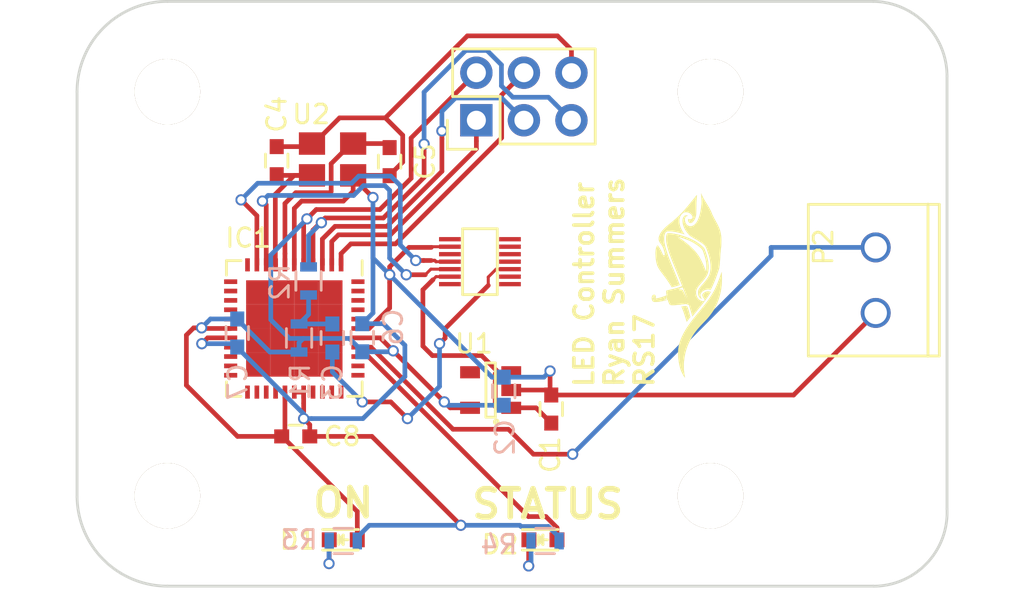
<source format=kicad_pcb>
(kicad_pcb (version 4) (host pcbnew 4.0.4+e1-6308~48~ubuntu14.04.1-stable)

  (general
    (links 51)
    (no_connects 0)
    (area 126.924999 126.924999 173.561607 158.321607)
    (thickness 1.6)
    (drawings 11)
    (tracks 283)
    (zones 0)
    (modules 28)
    (nets 18)
  )

  (page A4)
  (layers
    (0 F.Cu signal)
    (31 B.Cu signal)
    (32 B.Adhes user)
    (33 F.Adhes user)
    (34 B.Paste user)
    (35 F.Paste user)
    (36 B.SilkS user)
    (37 F.SilkS user)
    (38 B.Mask user)
    (39 F.Mask user)
    (40 Dwgs.User user)
    (41 Cmts.User user)
    (42 Eco1.User user)
    (43 Eco2.User user)
    (44 Edge.Cuts user)
    (45 Margin user)
    (46 B.CrtYd user)
    (47 F.CrtYd user)
    (48 B.Fab user)
    (49 F.Fab user)
  )

  (setup
    (last_trace_width 0.25)
    (trace_clearance 0.16)
    (zone_clearance 0.508)
    (zone_45_only no)
    (trace_min 0.1524)
    (segment_width 0.2)
    (edge_width 0.15)
    (via_size 0.6)
    (via_drill 0.4)
    (via_min_size 0.508)
    (via_min_drill 0.3302)
    (uvia_size 0.3)
    (uvia_drill 0.1)
    (uvias_allowed no)
    (uvia_min_size 0)
    (uvia_min_drill 0)
    (pcb_text_width 0.3)
    (pcb_text_size 1.5 1.5)
    (mod_edge_width 0.15)
    (mod_text_size 1 1)
    (mod_text_width 0.15)
    (pad_size 1.524 1.524)
    (pad_drill 0.762)
    (pad_to_mask_clearance 0)
    (aux_axis_origin 0 0)
    (visible_elements FFFEFF7F)
    (pcbplotparams
      (layerselection 0x00030_80000001)
      (usegerberextensions false)
      (excludeedgelayer true)
      (linewidth 0.100000)
      (plotframeref false)
      (viasonmask false)
      (mode 1)
      (useauxorigin false)
      (hpglpennumber 1)
      (hpglpenspeed 20)
      (hpglpendiameter 15)
      (hpglpenoverlay 2)
      (psnegative false)
      (psa4output false)
      (plotreference true)
      (plotvalue true)
      (plotinvisibletext false)
      (padsonsilk false)
      (subtractmaskfromsilk false)
      (outputformat 1)
      (mirror false)
      (drillshape 1)
      (scaleselection 1)
      (outputdirectory ""))
  )

  (net 0 "")
  (net 1 +5V)
  (net 2 GND)
  (net 3 +3V3)
  (net 4 "Net-(C3-Pad1)")
  (net 5 "Net-(C5-Pad1)")
  (net 6 /Sheet580A8768/MOSI)
  (net 7 /Sheet580A8768/MISO)
  (net 8 /Sheet580A8768/SCK)
  (net 9 /Sheet580A8768/~RST)
  (net 10 /DTR)
  (net 11 "Net-(C4-Pad1)")
  (net 12 "Net-(D1-Pad1)")
  (net 13 /Sheet580A8768/DBG_LED)
  (net 14 "Net-(D2-Pad1)")
  (net 15 /TX_CPU)
  (net 16 /RX_CPU)
  (net 17 /signal)

  (net_class Default "This is the default net class."
    (clearance 0.16)
    (trace_width 0.25)
    (via_dia 0.6)
    (via_drill 0.4)
    (uvia_dia 0.3)
    (uvia_drill 0.1)
    (add_net +3V3)
    (add_net +5V)
    (add_net /DTR)
    (add_net /RX_CPU)
    (add_net /Sheet580A8768/DBG_LED)
    (add_net /Sheet580A8768/MISO)
    (add_net /Sheet580A8768/MOSI)
    (add_net /Sheet580A8768/SCK)
    (add_net /Sheet580A8768/~RST)
    (add_net /TX_CPU)
    (add_net /signal)
    (add_net GND)
    (add_net "Net-(C3-Pad1)")
    (add_net "Net-(C4-Pad1)")
    (add_net "Net-(C5-Pad1)")
    (add_net "Net-(D1-Pad1)")
    (add_net "Net-(D2-Pad1)")
  )

  (module Mounting_Holes:MountingHole_3.7mm (layer F.Cu) (tedit 5827ECBF) (tstamp 5827F017)
    (at 130.937 141.859)
    (descr "Mounting Hole 3.7mm, no annular")
    (tags "mounting hole 3.7mm no annular")
    (fp_text reference REF** (at 0 -4.7) (layer F.SilkS) hide
      (effects (font (size 1 1) (thickness 0.15)))
    )
    (fp_text value MountingHole_3.7mm (at 0 4.7) (layer F.Fab)
      (effects (font (size 1 1) (thickness 0.15)))
    )
    (fp_circle (center 0 0) (end 3.7 0) (layer Cmts.User) (width 0.15))
    (fp_circle (center 0 0) (end 3.95 0) (layer F.CrtYd) (width 0.05))
    (pad 1 np_thru_hole circle (at 0 0) (size 3.7 3.7) (drill 3.7) (layers *.Cu *.Mask))
  )

  (module Mounting_Holes:MountingHole_3.7mm (layer F.Cu) (tedit 5827ECBF) (tstamp 5827ED34)
    (at 169.4815 131.0005)
    (descr "Mounting Hole 3.7mm, no annular")
    (tags "mounting hole 3.7mm no annular")
    (fp_text reference REF** (at 0 -4.7) (layer F.SilkS) hide
      (effects (font (size 1 1) (thickness 0.15)))
    )
    (fp_text value MountingHole_3.7mm (at 0 4.7) (layer F.Fab)
      (effects (font (size 1 1) (thickness 0.15)))
    )
    (fp_circle (center 0 0) (end 3.7 0) (layer Cmts.User) (width 0.15))
    (fp_circle (center 0 0) (end 3.95 0) (layer F.CrtYd) (width 0.05))
    (pad 1 np_thru_hole circle (at 0 0) (size 3.7 3.7) (drill 3.7) (layers *.Cu *.Mask))
  )

  (module Capacitors_SMD:C_0603 (layer F.Cu) (tedit 5415D631) (tstamp 580A91A1)
    (at 152.3365 148.7805 90)
    (descr "Capacitor SMD 0603, reflow soldering, AVX (see smccp.pdf)")
    (tags "capacitor 0603")
    (path /580B07FA)
    (attr smd)
    (fp_text reference C1 (at -2.4391 -0.0508 90) (layer F.SilkS)
      (effects (font (size 1 1) (thickness 0.15)))
    )
    (fp_text value 1uF (at 0 1.9 90) (layer F.Fab)
      (effects (font (size 1 1) (thickness 0.15)))
    )
    (fp_line (start -0.8 0.4) (end -0.8 -0.4) (layer F.Fab) (width 0.15))
    (fp_line (start 0.8 0.4) (end -0.8 0.4) (layer F.Fab) (width 0.15))
    (fp_line (start 0.8 -0.4) (end 0.8 0.4) (layer F.Fab) (width 0.15))
    (fp_line (start -0.8 -0.4) (end 0.8 -0.4) (layer F.Fab) (width 0.15))
    (fp_line (start -1.45 -0.75) (end 1.45 -0.75) (layer F.CrtYd) (width 0.05))
    (fp_line (start -1.45 0.75) (end 1.45 0.75) (layer F.CrtYd) (width 0.05))
    (fp_line (start -1.45 -0.75) (end -1.45 0.75) (layer F.CrtYd) (width 0.05))
    (fp_line (start 1.45 -0.75) (end 1.45 0.75) (layer F.CrtYd) (width 0.05))
    (fp_line (start -0.35 -0.6) (end 0.35 -0.6) (layer F.SilkS) (width 0.15))
    (fp_line (start 0.35 0.6) (end -0.35 0.6) (layer F.SilkS) (width 0.15))
    (pad 1 smd rect (at -0.75 0 90) (size 0.8 0.75) (layers F.Cu F.Paste F.Mask)
      (net 1 +5V))
    (pad 2 smd rect (at 0.75 0 90) (size 0.8 0.75) (layers F.Cu F.Paste F.Mask)
      (net 2 GND))
    (model Capacitors_SMD.3dshapes/C_0603.wrl
      (at (xyz 0 0 0))
      (scale (xyz 1 1 1))
      (rotate (xyz 0 0 0))
    )
  )

  (module Capacitors_SMD:C_0603 (layer B.Cu) (tedit 5415D631) (tstamp 580A91B1)
    (at 149.7965 147.828 90)
    (descr "Capacitor SMD 0603, reflow soldering, AVX (see smccp.pdf)")
    (tags "capacitor 0603")
    (path /580B09AF)
    (attr smd)
    (fp_text reference C2 (at -2.4765 0.0635 90) (layer B.SilkS)
      (effects (font (size 1 1) (thickness 0.15)) (justify mirror))
    )
    (fp_text value 2.2uF (at 0 -1.9 90) (layer B.Fab)
      (effects (font (size 1 1) (thickness 0.15)) (justify mirror))
    )
    (fp_line (start -0.8 -0.4) (end -0.8 0.4) (layer B.Fab) (width 0.15))
    (fp_line (start 0.8 -0.4) (end -0.8 -0.4) (layer B.Fab) (width 0.15))
    (fp_line (start 0.8 0.4) (end 0.8 -0.4) (layer B.Fab) (width 0.15))
    (fp_line (start -0.8 0.4) (end 0.8 0.4) (layer B.Fab) (width 0.15))
    (fp_line (start -1.45 0.75) (end 1.45 0.75) (layer B.CrtYd) (width 0.05))
    (fp_line (start -1.45 -0.75) (end 1.45 -0.75) (layer B.CrtYd) (width 0.05))
    (fp_line (start -1.45 0.75) (end -1.45 -0.75) (layer B.CrtYd) (width 0.05))
    (fp_line (start 1.45 0.75) (end 1.45 -0.75) (layer B.CrtYd) (width 0.05))
    (fp_line (start -0.35 0.6) (end 0.35 0.6) (layer B.SilkS) (width 0.15))
    (fp_line (start 0.35 -0.6) (end -0.35 -0.6) (layer B.SilkS) (width 0.15))
    (pad 1 smd rect (at -0.75 0 90) (size 0.8 0.75) (layers B.Cu B.Paste B.Mask)
      (net 3 +3V3))
    (pad 2 smd rect (at 0.75 0 90) (size 0.8 0.75) (layers B.Cu B.Paste B.Mask)
      (net 2 GND))
    (model Capacitors_SMD.3dshapes/C_0603.wrl
      (at (xyz 0 0 0))
      (scale (xyz 1 1 1))
      (rotate (xyz 0 0 0))
    )
  )

  (module Capacitors_SMD:C_0603 (layer B.Cu) (tedit 5415D631) (tstamp 580A91C1)
    (at 140.6398 144.9832 270)
    (descr "Capacitor SMD 0603, reflow soldering, AVX (see smccp.pdf)")
    (tags "capacitor 0603")
    (path /580A8769/57F7DBA7)
    (attr smd)
    (fp_text reference C3 (at 2.3749 0 450) (layer B.SilkS)
      (effects (font (size 1 1) (thickness 0.15)) (justify mirror))
    )
    (fp_text value 100nF (at 0 -1.9 270) (layer B.Fab)
      (effects (font (size 1 1) (thickness 0.15)) (justify mirror))
    )
    (fp_line (start -0.8 -0.4) (end -0.8 0.4) (layer B.Fab) (width 0.15))
    (fp_line (start 0.8 -0.4) (end -0.8 -0.4) (layer B.Fab) (width 0.15))
    (fp_line (start 0.8 0.4) (end 0.8 -0.4) (layer B.Fab) (width 0.15))
    (fp_line (start -0.8 0.4) (end 0.8 0.4) (layer B.Fab) (width 0.15))
    (fp_line (start -1.45 0.75) (end 1.45 0.75) (layer B.CrtYd) (width 0.05))
    (fp_line (start -1.45 -0.75) (end 1.45 -0.75) (layer B.CrtYd) (width 0.05))
    (fp_line (start -1.45 0.75) (end -1.45 -0.75) (layer B.CrtYd) (width 0.05))
    (fp_line (start 1.45 0.75) (end 1.45 -0.75) (layer B.CrtYd) (width 0.05))
    (fp_line (start -0.35 0.6) (end 0.35 0.6) (layer B.SilkS) (width 0.15))
    (fp_line (start 0.35 -0.6) (end -0.35 -0.6) (layer B.SilkS) (width 0.15))
    (pad 1 smd rect (at -0.75 0 270) (size 0.8 0.75) (layers B.Cu B.Paste B.Mask)
      (net 4 "Net-(C3-Pad1)"))
    (pad 2 smd rect (at 0.75 0 270) (size 0.8 0.75) (layers B.Cu B.Paste B.Mask)
      (net 10 /DTR))
    (model Capacitors_SMD.3dshapes/C_0603.wrl
      (at (xyz 0 0 0))
      (scale (xyz 1 1 1))
      (rotate (xyz 0 0 0))
    )
  )

  (module Capacitors_SMD:C_0603 (layer F.Cu) (tedit 5415D631) (tstamp 580A91D1)
    (at 137.668 135.509 90)
    (descr "Capacitor SMD 0603, reflow soldering, AVX (see smccp.pdf)")
    (tags "capacitor 0603")
    (path /580A8769/57F80CAF)
    (attr smd)
    (fp_text reference C4 (at 2.4765 0 90) (layer F.SilkS)
      (effects (font (size 1 1) (thickness 0.15)))
    )
    (fp_text value 18p (at 0 1.9 90) (layer F.Fab)
      (effects (font (size 1 1) (thickness 0.15)))
    )
    (fp_line (start -0.8 0.4) (end -0.8 -0.4) (layer F.Fab) (width 0.15))
    (fp_line (start 0.8 0.4) (end -0.8 0.4) (layer F.Fab) (width 0.15))
    (fp_line (start 0.8 -0.4) (end 0.8 0.4) (layer F.Fab) (width 0.15))
    (fp_line (start -0.8 -0.4) (end 0.8 -0.4) (layer F.Fab) (width 0.15))
    (fp_line (start -1.45 -0.75) (end 1.45 -0.75) (layer F.CrtYd) (width 0.05))
    (fp_line (start -1.45 0.75) (end 1.45 0.75) (layer F.CrtYd) (width 0.05))
    (fp_line (start -1.45 -0.75) (end -1.45 0.75) (layer F.CrtYd) (width 0.05))
    (fp_line (start 1.45 -0.75) (end 1.45 0.75) (layer F.CrtYd) (width 0.05))
    (fp_line (start -0.35 -0.6) (end 0.35 -0.6) (layer F.SilkS) (width 0.15))
    (fp_line (start 0.35 0.6) (end -0.35 0.6) (layer F.SilkS) (width 0.15))
    (pad 1 smd rect (at -0.75 0 90) (size 0.8 0.75) (layers F.Cu F.Paste F.Mask)
      (net 11 "Net-(C4-Pad1)"))
    (pad 2 smd rect (at 0.75 0 90) (size 0.8 0.75) (layers F.Cu F.Paste F.Mask)
      (net 2 GND))
    (model Capacitors_SMD.3dshapes/C_0603.wrl
      (at (xyz 0 0 0))
      (scale (xyz 1 1 1))
      (rotate (xyz 0 0 0))
    )
  )

  (module Capacitors_SMD:C_0603 (layer F.Cu) (tedit 5415D631) (tstamp 580A91E1)
    (at 143.7005 135.5605 270)
    (descr "Capacitor SMD 0603, reflow soldering, AVX (see smccp.pdf)")
    (tags "capacitor 0603")
    (path /580A8769/57F80CF6)
    (attr smd)
    (fp_text reference C5 (at 0 -1.9 270) (layer F.SilkS)
      (effects (font (size 1 1) (thickness 0.15)))
    )
    (fp_text value 18p (at 0 1.9 270) (layer F.Fab)
      (effects (font (size 1 1) (thickness 0.15)))
    )
    (fp_line (start -0.8 0.4) (end -0.8 -0.4) (layer F.Fab) (width 0.15))
    (fp_line (start 0.8 0.4) (end -0.8 0.4) (layer F.Fab) (width 0.15))
    (fp_line (start 0.8 -0.4) (end 0.8 0.4) (layer F.Fab) (width 0.15))
    (fp_line (start -0.8 -0.4) (end 0.8 -0.4) (layer F.Fab) (width 0.15))
    (fp_line (start -1.45 -0.75) (end 1.45 -0.75) (layer F.CrtYd) (width 0.05))
    (fp_line (start -1.45 0.75) (end 1.45 0.75) (layer F.CrtYd) (width 0.05))
    (fp_line (start -1.45 -0.75) (end -1.45 0.75) (layer F.CrtYd) (width 0.05))
    (fp_line (start 1.45 -0.75) (end 1.45 0.75) (layer F.CrtYd) (width 0.05))
    (fp_line (start -0.35 -0.6) (end 0.35 -0.6) (layer F.SilkS) (width 0.15))
    (fp_line (start 0.35 0.6) (end -0.35 0.6) (layer F.SilkS) (width 0.15))
    (pad 1 smd rect (at -0.75 0 270) (size 0.8 0.75) (layers F.Cu F.Paste F.Mask)
      (net 5 "Net-(C5-Pad1)"))
    (pad 2 smd rect (at 0.75 0 270) (size 0.8 0.75) (layers F.Cu F.Paste F.Mask)
      (net 2 GND))
    (model Capacitors_SMD.3dshapes/C_0603.wrl
      (at (xyz 0 0 0))
      (scale (xyz 1 1 1))
      (rotate (xyz 0 0 0))
    )
  )

  (module Housings_DFN_QFN:QFN-44-1EP_7x7mm_Pitch0.5mm (layer F.Cu) (tedit 54130A77) (tstamp 580A9231)
    (at 138.6078 144.4752 270)
    (descr "UK Package; 44-Lead Plastic QFN (7mm x 7mm); (see Linear Technology QFN_44_05-08-1763.pdf)")
    (tags "QFN 0.5")
    (path /580A8769/57F7CB80)
    (attr smd)
    (fp_text reference IC1 (at -4.8387 2.4638 360) (layer F.SilkS)
      (effects (font (size 1 1) (thickness 0.15)))
    )
    (fp_text value ATMEGA1284P-M (at 0 4.75 270) (layer F.Fab)
      (effects (font (size 1 1) (thickness 0.15)))
    )
    (fp_line (start -2.5 -3.5) (end 3.5 -3.5) (layer F.Fab) (width 0.15))
    (fp_line (start 3.5 -3.5) (end 3.5 3.5) (layer F.Fab) (width 0.15))
    (fp_line (start 3.5 3.5) (end -3.5 3.5) (layer F.Fab) (width 0.15))
    (fp_line (start -3.5 3.5) (end -3.5 -2.5) (layer F.Fab) (width 0.15))
    (fp_line (start -3.5 -2.5) (end -2.5 -3.5) (layer F.Fab) (width 0.15))
    (fp_line (start -4 -4) (end -4 4) (layer F.CrtYd) (width 0.05))
    (fp_line (start 4 -4) (end 4 4) (layer F.CrtYd) (width 0.05))
    (fp_line (start -4 -4) (end 4 -4) (layer F.CrtYd) (width 0.05))
    (fp_line (start -4 4) (end 4 4) (layer F.CrtYd) (width 0.05))
    (fp_line (start 3.625 -3.625) (end 3.625 -2.85) (layer F.SilkS) (width 0.15))
    (fp_line (start -3.625 3.625) (end -3.625 2.85) (layer F.SilkS) (width 0.15))
    (fp_line (start 3.625 3.625) (end 3.625 2.85) (layer F.SilkS) (width 0.15))
    (fp_line (start -3.625 -3.625) (end -2.85 -3.625) (layer F.SilkS) (width 0.15))
    (fp_line (start -3.625 3.625) (end -2.85 3.625) (layer F.SilkS) (width 0.15))
    (fp_line (start 3.625 3.625) (end 2.85 3.625) (layer F.SilkS) (width 0.15))
    (fp_line (start 3.625 -3.625) (end 2.85 -3.625) (layer F.SilkS) (width 0.15))
    (pad 1 smd rect (at -3.4 -2.5 270) (size 0.7 0.25) (layers F.Cu F.Paste F.Mask)
      (net 6 /Sheet580A8768/MOSI))
    (pad 2 smd rect (at -3.4 -2 270) (size 0.7 0.25) (layers F.Cu F.Paste F.Mask)
      (net 7 /Sheet580A8768/MISO))
    (pad 3 smd rect (at -3.4 -1.5 270) (size 0.7 0.25) (layers F.Cu F.Paste F.Mask)
      (net 8 /Sheet580A8768/SCK))
    (pad 4 smd rect (at -3.4 -1 270) (size 0.7 0.25) (layers F.Cu F.Paste F.Mask)
      (net 9 /Sheet580A8768/~RST))
    (pad 5 smd rect (at -3.4 -0.5 270) (size 0.7 0.25) (layers F.Cu F.Paste F.Mask)
      (net 3 +3V3))
    (pad 6 smd rect (at -3.4 0 270) (size 0.7 0.25) (layers F.Cu F.Paste F.Mask)
      (net 2 GND))
    (pad 7 smd rect (at -3.4 0.5 270) (size 0.7 0.25) (layers F.Cu F.Paste F.Mask)
      (net 5 "Net-(C5-Pad1)"))
    (pad 8 smd rect (at -3.4 1 270) (size 0.7 0.25) (layers F.Cu F.Paste F.Mask)
      (net 11 "Net-(C4-Pad1)"))
    (pad 9 smd rect (at -3.4 1.5 270) (size 0.7 0.25) (layers F.Cu F.Paste F.Mask)
      (net 15 /TX_CPU))
    (pad 10 smd rect (at -3.4 2 270) (size 0.7 0.25) (layers F.Cu F.Paste F.Mask)
      (net 16 /RX_CPU))
    (pad 11 smd rect (at -3.4 2.5 270) (size 0.7 0.25) (layers F.Cu F.Paste F.Mask))
    (pad 12 smd rect (at -2.5 3.4) (size 0.7 0.25) (layers F.Cu F.Paste F.Mask))
    (pad 13 smd rect (at -2 3.4) (size 0.7 0.25) (layers F.Cu F.Paste F.Mask))
    (pad 14 smd rect (at -1.5 3.4) (size 0.7 0.25) (layers F.Cu F.Paste F.Mask))
    (pad 15 smd rect (at -1 3.4) (size 0.7 0.25) (layers F.Cu F.Paste F.Mask))
    (pad 16 smd rect (at -0.5 3.4) (size 0.7 0.25) (layers F.Cu F.Paste F.Mask))
    (pad 17 smd rect (at 0 3.4) (size 0.7 0.25) (layers F.Cu F.Paste F.Mask)
      (net 3 +3V3))
    (pad 18 smd rect (at 0.5 3.4) (size 0.7 0.25) (layers F.Cu F.Paste F.Mask)
      (net 2 GND))
    (pad 19 smd rect (at 1 3.4) (size 0.7 0.25) (layers F.Cu F.Paste F.Mask))
    (pad 20 smd rect (at 1.5 3.4) (size 0.7 0.25) (layers F.Cu F.Paste F.Mask))
    (pad 21 smd rect (at 2 3.4) (size 0.7 0.25) (layers F.Cu F.Paste F.Mask))
    (pad 22 smd rect (at 2.5 3.4) (size 0.7 0.25) (layers F.Cu F.Paste F.Mask))
    (pad 23 smd rect (at 3.4 2.5 270) (size 0.7 0.25) (layers F.Cu F.Paste F.Mask))
    (pad 24 smd rect (at 3.4 2 270) (size 0.7 0.25) (layers F.Cu F.Paste F.Mask))
    (pad 25 smd rect (at 3.4 1.5 270) (size 0.7 0.25) (layers F.Cu F.Paste F.Mask))
    (pad 26 smd rect (at 3.4 1 270) (size 0.7 0.25) (layers F.Cu F.Paste F.Mask))
    (pad 27 smd rect (at 3.4 0.5 270) (size 0.7 0.25) (layers F.Cu F.Paste F.Mask)
      (net 3 +3V3))
    (pad 28 smd rect (at 3.4 0 270) (size 0.7 0.25) (layers F.Cu F.Paste F.Mask)
      (net 2 GND))
    (pad 29 smd rect (at 3.4 -0.5 270) (size 0.7 0.25) (layers F.Cu F.Paste F.Mask)
      (net 2 GND))
    (pad 30 smd rect (at 3.4 -1 270) (size 0.7 0.25) (layers F.Cu F.Paste F.Mask))
    (pad 31 smd rect (at 3.4 -1.5 270) (size 0.7 0.25) (layers F.Cu F.Paste F.Mask))
    (pad 32 smd rect (at 3.4 -2 270) (size 0.7 0.25) (layers F.Cu F.Paste F.Mask))
    (pad 33 smd rect (at 3.4 -2.5 270) (size 0.7 0.25) (layers F.Cu F.Paste F.Mask))
    (pad 34 smd rect (at 2.5 -3.4) (size 0.7 0.25) (layers F.Cu F.Paste F.Mask))
    (pad 35 smd rect (at 2 -3.4) (size 0.7 0.25) (layers F.Cu F.Paste F.Mask))
    (pad 36 smd rect (at 1.5 -3.4) (size 0.7 0.25) (layers F.Cu F.Paste F.Mask)
      (net 13 /Sheet580A8768/DBG_LED))
    (pad 37 smd rect (at 1 -3.4) (size 0.7 0.25) (layers F.Cu F.Paste F.Mask)
      (net 17 /signal))
    (pad 38 smd rect (at 0.5 -3.4) (size 0.7 0.25) (layers F.Cu F.Paste F.Mask)
      (net 3 +3V3))
    (pad 39 smd rect (at 0 -3.4) (size 0.7 0.25) (layers F.Cu F.Paste F.Mask)
      (net 2 GND))
    (pad 40 smd rect (at -0.5 -3.4) (size 0.7 0.25) (layers F.Cu F.Paste F.Mask))
    (pad 41 smd rect (at -1 -3.4) (size 0.7 0.25) (layers F.Cu F.Paste F.Mask))
    (pad 42 smd rect (at -1.5 -3.4) (size 0.7 0.25) (layers F.Cu F.Paste F.Mask))
    (pad 43 smd rect (at -2 -3.4) (size 0.7 0.25) (layers F.Cu F.Paste F.Mask))
    (pad 44 smd rect (at -2.5 -3.4) (size 0.7 0.25) (layers F.Cu F.Paste F.Mask))
    (pad 45 smd rect (at 1.93125 1.93125 270) (size 1.2875 1.2875) (layers F.Cu F.Paste F.Mask)
      (solder_paste_margin_ratio -0.2))
    (pad 45 smd rect (at 1.93125 0.64375 270) (size 1.2875 1.2875) (layers F.Cu F.Paste F.Mask)
      (solder_paste_margin_ratio -0.2))
    (pad 45 smd rect (at 1.93125 -0.64375 270) (size 1.2875 1.2875) (layers F.Cu F.Paste F.Mask)
      (solder_paste_margin_ratio -0.2))
    (pad 45 smd rect (at 1.93125 -1.93125 270) (size 1.2875 1.2875) (layers F.Cu F.Paste F.Mask)
      (solder_paste_margin_ratio -0.2))
    (pad 45 smd rect (at 0.64375 1.93125 270) (size 1.2875 1.2875) (layers F.Cu F.Paste F.Mask)
      (solder_paste_margin_ratio -0.2))
    (pad 45 smd rect (at 0.64375 0.64375 270) (size 1.2875 1.2875) (layers F.Cu F.Paste F.Mask)
      (solder_paste_margin_ratio -0.2))
    (pad 45 smd rect (at 0.64375 -0.64375 270) (size 1.2875 1.2875) (layers F.Cu F.Paste F.Mask)
      (solder_paste_margin_ratio -0.2))
    (pad 45 smd rect (at 0.64375 -1.93125 270) (size 1.2875 1.2875) (layers F.Cu F.Paste F.Mask)
      (solder_paste_margin_ratio -0.2))
    (pad 45 smd rect (at -0.64375 1.93125 270) (size 1.2875 1.2875) (layers F.Cu F.Paste F.Mask)
      (solder_paste_margin_ratio -0.2))
    (pad 45 smd rect (at -0.64375 0.64375 270) (size 1.2875 1.2875) (layers F.Cu F.Paste F.Mask)
      (solder_paste_margin_ratio -0.2))
    (pad 45 smd rect (at -0.64375 -0.64375 270) (size 1.2875 1.2875) (layers F.Cu F.Paste F.Mask)
      (solder_paste_margin_ratio -0.2))
    (pad 45 smd rect (at -0.64375 -1.93125 270) (size 1.2875 1.2875) (layers F.Cu F.Paste F.Mask)
      (solder_paste_margin_ratio -0.2))
    (pad 45 smd rect (at -1.93125 1.93125 270) (size 1.2875 1.2875) (layers F.Cu F.Paste F.Mask)
      (solder_paste_margin_ratio -0.2))
    (pad 45 smd rect (at -1.93125 0.64375 270) (size 1.2875 1.2875) (layers F.Cu F.Paste F.Mask)
      (solder_paste_margin_ratio -0.2))
    (pad 45 smd rect (at -1.93125 -0.64375 270) (size 1.2875 1.2875) (layers F.Cu F.Paste F.Mask)
      (solder_paste_margin_ratio -0.2))
    (pad 45 smd rect (at -1.93125 -1.93125 270) (size 1.2875 1.2875) (layers F.Cu F.Paste F.Mask)
      (solder_paste_margin_ratio -0.2))
    (model Housings_DFN_QFN.3dshapes/QFN-44-1EP_7x7mm_Pitch0.5mm.wrl
      (at (xyz 0 0 0))
      (scale (xyz 1 1 1))
      (rotate (xyz 0 0 0))
    )
  )

  (module Resistors_SMD:R_0603 (layer B.Cu) (tedit 5415CC62) (tstamp 580A9266)
    (at 138.8618 144.9832 90)
    (descr "Resistor SMD 0603, reflow soldering, Vishay (see dcrcw.pdf)")
    (tags "resistor 0603")
    (path /580A8769/57F7DC1C)
    (attr smd)
    (fp_text reference R1 (at -2.3495 0.0635 90) (layer B.SilkS)
      (effects (font (size 1 1) (thickness 0.15)) (justify mirror))
    )
    (fp_text value 10k (at 0 -1.9 90) (layer B.Fab)
      (effects (font (size 1 1) (thickness 0.15)) (justify mirror))
    )
    (fp_line (start -1.3 0.8) (end 1.3 0.8) (layer B.CrtYd) (width 0.05))
    (fp_line (start -1.3 -0.8) (end 1.3 -0.8) (layer B.CrtYd) (width 0.05))
    (fp_line (start -1.3 0.8) (end -1.3 -0.8) (layer B.CrtYd) (width 0.05))
    (fp_line (start 1.3 0.8) (end 1.3 -0.8) (layer B.CrtYd) (width 0.05))
    (fp_line (start 0.5 -0.675) (end -0.5 -0.675) (layer B.SilkS) (width 0.15))
    (fp_line (start -0.5 0.675) (end 0.5 0.675) (layer B.SilkS) (width 0.15))
    (pad 1 smd rect (at -0.75 0 90) (size 0.5 0.9) (layers B.Cu B.Paste B.Mask)
      (net 3 +3V3))
    (pad 2 smd rect (at 0.75 0 90) (size 0.5 0.9) (layers B.Cu B.Paste B.Mask)
      (net 4 "Net-(C3-Pad1)"))
    (model Resistors_SMD.3dshapes/R_0603.wrl
      (at (xyz 0 0 0))
      (scale (xyz 1 1 1))
      (rotate (xyz 0 0 0))
    )
  )

  (module Resistors_SMD:R_0603 (layer B.Cu) (tedit 5415CC62) (tstamp 580A9272)
    (at 139.3698 141.9352 270)
    (descr "Resistor SMD 0603, reflow soldering, Vishay (see dcrcw.pdf)")
    (tags "resistor 0603")
    (path /580A8769/57F7DC84)
    (attr smd)
    (fp_text reference R2 (at 0.0762 1.5367 270) (layer B.SilkS)
      (effects (font (size 1 1) (thickness 0.15)) (justify mirror))
    )
    (fp_text value 1k (at 0 -1.9 270) (layer B.Fab)
      (effects (font (size 1 1) (thickness 0.15)) (justify mirror))
    )
    (fp_line (start -1.3 0.8) (end 1.3 0.8) (layer B.CrtYd) (width 0.05))
    (fp_line (start -1.3 -0.8) (end 1.3 -0.8) (layer B.CrtYd) (width 0.05))
    (fp_line (start -1.3 0.8) (end -1.3 -0.8) (layer B.CrtYd) (width 0.05))
    (fp_line (start 1.3 0.8) (end 1.3 -0.8) (layer B.CrtYd) (width 0.05))
    (fp_line (start 0.5 -0.675) (end -0.5 -0.675) (layer B.SilkS) (width 0.15))
    (fp_line (start -0.5 0.675) (end 0.5 0.675) (layer B.SilkS) (width 0.15))
    (pad 1 smd rect (at -0.75 0 270) (size 0.5 0.9) (layers B.Cu B.Paste B.Mask)
      (net 9 /Sheet580A8768/~RST))
    (pad 2 smd rect (at 0.75 0 270) (size 0.5 0.9) (layers B.Cu B.Paste B.Mask)
      (net 4 "Net-(C3-Pad1)"))
    (model Resistors_SMD.3dshapes/R_0603.wrl
      (at (xyz 0 0 0))
      (scale (xyz 1 1 1))
      (rotate (xyz 0 0 0))
    )
  )

  (module SOT-23-5 (layer F.Cu) (tedit 55360473) (tstamp 580A9284)
    (at 149.098 147.7645 180)
    (descr "5-pin SOT23 package")
    (tags SOT-23-5)
    (path /580AAF35)
    (attr smd)
    (fp_text reference U1 (at 0.889 2.4765 180) (layer F.SilkS)
      (effects (font (size 1 1) (thickness 0.15)))
    )
    (fp_text value TLV70012DDC (at -0.05 2.35 180) (layer F.Fab)
      (effects (font (size 1 1) (thickness 0.15)))
    )
    (fp_line (start -1.8 -1.6) (end 1.8 -1.6) (layer F.CrtYd) (width 0.05))
    (fp_line (start 1.8 -1.6) (end 1.8 1.6) (layer F.CrtYd) (width 0.05))
    (fp_line (start 1.8 1.6) (end -1.8 1.6) (layer F.CrtYd) (width 0.05))
    (fp_line (start -1.8 1.6) (end -1.8 -1.6) (layer F.CrtYd) (width 0.05))
    (fp_circle (center -0.3 -1.7) (end -0.2 -1.7) (layer F.SilkS) (width 0.15))
    (fp_line (start 0.25 -1.45) (end -0.25 -1.45) (layer F.SilkS) (width 0.15))
    (fp_line (start 0.25 1.45) (end 0.25 -1.45) (layer F.SilkS) (width 0.15))
    (fp_line (start -0.25 1.45) (end 0.25 1.45) (layer F.SilkS) (width 0.15))
    (fp_line (start -0.25 -1.45) (end -0.25 1.45) (layer F.SilkS) (width 0.15))
    (pad 1 smd rect (at -1.1 -0.95 180) (size 1.06 0.65) (layers F.Cu F.Paste F.Mask)
      (net 1 +5V))
    (pad 2 smd rect (at -1.1 0 180) (size 1.06 0.65) (layers F.Cu F.Paste F.Mask)
      (net 2 GND))
    (pad 3 smd rect (at -1.1 0.95 180) (size 1.06 0.65) (layers F.Cu F.Paste F.Mask)
      (net 1 +5V))
    (pad 4 smd rect (at 1.1 0.95 180) (size 1.06 0.65) (layers F.Cu F.Paste F.Mask))
    (pad 5 smd rect (at 1.1 -0.95 180) (size 1.06 0.65) (layers F.Cu F.Paste F.Mask)
      (net 3 +3V3))
    (model TO_SOT_Packages_SMD.3dshapes/SOT-23-5.wrl
      (at (xyz 0 0 0))
      (scale (xyz 1 1 1))
      (rotate (xyz 0 0 0))
    )
  )

  (module Capacitors_SMD:C_0603 (layer B.Cu) (tedit 5415D631) (tstamp 580A9661)
    (at 142.24 144.9705 90)
    (descr "Capacitor SMD 0603, reflow soldering, AVX (see smccp.pdf)")
    (tags "capacitor 0603")
    (path /580A8769/5826B503)
    (attr smd)
    (fp_text reference C6 (at 0.5715 1.651 90) (layer B.SilkS)
      (effects (font (size 1 1) (thickness 0.15)) (justify mirror))
    )
    (fp_text value 100n (at 0 -1.9 90) (layer B.Fab)
      (effects (font (size 1 1) (thickness 0.15)) (justify mirror))
    )
    (fp_line (start -0.8 -0.4) (end -0.8 0.4) (layer B.Fab) (width 0.15))
    (fp_line (start 0.8 -0.4) (end -0.8 -0.4) (layer B.Fab) (width 0.15))
    (fp_line (start 0.8 0.4) (end 0.8 -0.4) (layer B.Fab) (width 0.15))
    (fp_line (start -0.8 0.4) (end 0.8 0.4) (layer B.Fab) (width 0.15))
    (fp_line (start -1.45 0.75) (end 1.45 0.75) (layer B.CrtYd) (width 0.05))
    (fp_line (start -1.45 -0.75) (end 1.45 -0.75) (layer B.CrtYd) (width 0.05))
    (fp_line (start -1.45 0.75) (end -1.45 -0.75) (layer B.CrtYd) (width 0.05))
    (fp_line (start 1.45 0.75) (end 1.45 -0.75) (layer B.CrtYd) (width 0.05))
    (fp_line (start -0.35 0.6) (end 0.35 0.6) (layer B.SilkS) (width 0.15))
    (fp_line (start 0.35 -0.6) (end -0.35 -0.6) (layer B.SilkS) (width 0.15))
    (pad 1 smd rect (at -0.75 0 90) (size 0.8 0.75) (layers B.Cu B.Paste B.Mask)
      (net 3 +3V3))
    (pad 2 smd rect (at 0.75 0 90) (size 0.8 0.75) (layers B.Cu B.Paste B.Mask)
      (net 2 GND))
    (model Capacitors_SMD.3dshapes/C_0603.wrl
      (at (xyz 0 0 0))
      (scale (xyz 1 1 1))
      (rotate (xyz 0 0 0))
    )
  )

  (module Capacitors_SMD:C_0603 (layer B.Cu) (tedit 5415D631) (tstamp 580A9671)
    (at 135.5598 144.7172 270)
    (descr "Capacitor SMD 0603, reflow soldering, AVX (see smccp.pdf)")
    (tags "capacitor 0603")
    (path /580A8769/5826B62A)
    (attr smd)
    (fp_text reference C7 (at 2.6155 -0.0254 270) (layer B.SilkS)
      (effects (font (size 1 1) (thickness 0.15)) (justify mirror))
    )
    (fp_text value 100n (at 0 -1.9 270) (layer B.Fab)
      (effects (font (size 1 1) (thickness 0.15)) (justify mirror))
    )
    (fp_line (start -0.8 -0.4) (end -0.8 0.4) (layer B.Fab) (width 0.15))
    (fp_line (start 0.8 -0.4) (end -0.8 -0.4) (layer B.Fab) (width 0.15))
    (fp_line (start 0.8 0.4) (end 0.8 -0.4) (layer B.Fab) (width 0.15))
    (fp_line (start -0.8 0.4) (end 0.8 0.4) (layer B.Fab) (width 0.15))
    (fp_line (start -1.45 0.75) (end 1.45 0.75) (layer B.CrtYd) (width 0.05))
    (fp_line (start -1.45 -0.75) (end 1.45 -0.75) (layer B.CrtYd) (width 0.05))
    (fp_line (start -1.45 0.75) (end -1.45 -0.75) (layer B.CrtYd) (width 0.05))
    (fp_line (start 1.45 0.75) (end 1.45 -0.75) (layer B.CrtYd) (width 0.05))
    (fp_line (start -0.35 0.6) (end 0.35 0.6) (layer B.SilkS) (width 0.15))
    (fp_line (start 0.35 -0.6) (end -0.35 -0.6) (layer B.SilkS) (width 0.15))
    (pad 1 smd rect (at -0.75 0 270) (size 0.8 0.75) (layers B.Cu B.Paste B.Mask)
      (net 3 +3V3))
    (pad 2 smd rect (at 0.75 0 270) (size 0.8 0.75) (layers B.Cu B.Paste B.Mask)
      (net 2 GND))
    (model Capacitors_SMD.3dshapes/C_0603.wrl
      (at (xyz 0 0 0))
      (scale (xyz 1 1 1))
      (rotate (xyz 0 0 0))
    )
  )

  (module Capacitors_SMD:C_0603 (layer F.Cu) (tedit 5415D631) (tstamp 58268AC9)
    (at 138.684 150.241)
    (descr "Capacitor SMD 0603, reflow soldering, AVX (see smccp.pdf)")
    (tags "capacitor 0603")
    (path /580A8769/5826BCED)
    (attr smd)
    (fp_text reference C8 (at 2.4765 0) (layer F.SilkS)
      (effects (font (size 1 1) (thickness 0.15)))
    )
    (fp_text value 4.7u (at 0 1.9) (layer F.Fab)
      (effects (font (size 1 1) (thickness 0.15)))
    )
    (fp_line (start -0.8 0.4) (end -0.8 -0.4) (layer F.Fab) (width 0.15))
    (fp_line (start 0.8 0.4) (end -0.8 0.4) (layer F.Fab) (width 0.15))
    (fp_line (start 0.8 -0.4) (end 0.8 0.4) (layer F.Fab) (width 0.15))
    (fp_line (start -0.8 -0.4) (end 0.8 -0.4) (layer F.Fab) (width 0.15))
    (fp_line (start -1.45 -0.75) (end 1.45 -0.75) (layer F.CrtYd) (width 0.05))
    (fp_line (start -1.45 0.75) (end 1.45 0.75) (layer F.CrtYd) (width 0.05))
    (fp_line (start -1.45 -0.75) (end -1.45 0.75) (layer F.CrtYd) (width 0.05))
    (fp_line (start 1.45 -0.75) (end 1.45 0.75) (layer F.CrtYd) (width 0.05))
    (fp_line (start -0.35 -0.6) (end 0.35 -0.6) (layer F.SilkS) (width 0.15))
    (fp_line (start 0.35 0.6) (end -0.35 0.6) (layer F.SilkS) (width 0.15))
    (pad 1 smd rect (at -0.75 0) (size 0.8 0.75) (layers F.Cu F.Paste F.Mask)
      (net 3 +3V3))
    (pad 2 smd rect (at 0.75 0) (size 0.8 0.75) (layers F.Cu F.Paste F.Mask)
      (net 2 GND))
    (model Capacitors_SMD.3dshapes/C_0603.wrl
      (at (xyz 0 0 0))
      (scale (xyz 1 1 1))
      (rotate (xyz 0 0 0))
    )
  )

  (module LEDs:LED_0603 (layer F.Cu) (tedit 55BDE255) (tstamp 58268ACF)
    (at 141.224 155.7655)
    (descr "LED 0603 smd package")
    (tags "LED led 0603 SMD smd SMT smt smdled SMDLED smtled SMTLED")
    (path /580A8769/58268390)
    (attr smd)
    (fp_text reference D1 (at -2.413 0) (layer F.SilkS)
      (effects (font (size 1 1) (thickness 0.15)))
    )
    (fp_text value LED (at 0 1.5) (layer F.Fab)
      (effects (font (size 1 1) (thickness 0.15)))
    )
    (fp_line (start -0.3 -0.2) (end -0.3 0.2) (layer F.Fab) (width 0.15))
    (fp_line (start -0.2 0) (end 0.1 -0.2) (layer F.Fab) (width 0.15))
    (fp_line (start 0.1 0.2) (end -0.2 0) (layer F.Fab) (width 0.15))
    (fp_line (start 0.1 -0.2) (end 0.1 0.2) (layer F.Fab) (width 0.15))
    (fp_line (start 0.8 0.4) (end -0.8 0.4) (layer F.Fab) (width 0.15))
    (fp_line (start 0.8 -0.4) (end 0.8 0.4) (layer F.Fab) (width 0.15))
    (fp_line (start -0.8 -0.4) (end 0.8 -0.4) (layer F.Fab) (width 0.15))
    (fp_line (start -0.8 0.4) (end -0.8 -0.4) (layer F.Fab) (width 0.15))
    (fp_line (start -1.1 0.55) (end 0.8 0.55) (layer F.SilkS) (width 0.15))
    (fp_line (start -1.1 -0.55) (end 0.8 -0.55) (layer F.SilkS) (width 0.15))
    (fp_line (start -0.2 0) (end 0.25 0) (layer F.SilkS) (width 0.15))
    (fp_line (start -0.25 -0.25) (end -0.25 0.25) (layer F.SilkS) (width 0.15))
    (fp_line (start -0.25 0) (end 0 -0.25) (layer F.SilkS) (width 0.15))
    (fp_line (start 0 -0.25) (end 0 0.25) (layer F.SilkS) (width 0.15))
    (fp_line (start 0 0.25) (end -0.25 0) (layer F.SilkS) (width 0.15))
    (fp_line (start 1.4 -0.75) (end 1.4 0.75) (layer F.CrtYd) (width 0.05))
    (fp_line (start 1.4 0.75) (end -1.4 0.75) (layer F.CrtYd) (width 0.05))
    (fp_line (start -1.4 0.75) (end -1.4 -0.75) (layer F.CrtYd) (width 0.05))
    (fp_line (start -1.4 -0.75) (end 1.4 -0.75) (layer F.CrtYd) (width 0.05))
    (pad 2 smd rect (at 0.7493 0 180) (size 0.79756 0.79756) (layers F.Cu F.Paste F.Mask)
      (net 3 +3V3))
    (pad 1 smd rect (at -0.7493 0 180) (size 0.79756 0.79756) (layers F.Cu F.Paste F.Mask)
      (net 12 "Net-(D1-Pad1)"))
    (model LEDs.3dshapes/LED_0603.wrl
      (at (xyz 0 0 0))
      (scale (xyz 1 1 1))
      (rotate (xyz 0 0 180))
    )
  )

  (module LEDs:LED_0603 (layer F.Cu) (tedit 55BDE255) (tstamp 58268AD5)
    (at 151.892 155.7655)
    (descr "LED 0603 smd package")
    (tags "LED led 0603 SMD smd SMT smt smdled SMDLED smtled SMTLED")
    (path /580A8769/58268C6C)
    (attr smd)
    (fp_text reference D2 (at -2.286 0.254) (layer F.SilkS)
      (effects (font (size 1 1) (thickness 0.15)))
    )
    (fp_text value LED (at 0 1.5) (layer F.Fab)
      (effects (font (size 1 1) (thickness 0.15)))
    )
    (fp_line (start -0.3 -0.2) (end -0.3 0.2) (layer F.Fab) (width 0.15))
    (fp_line (start -0.2 0) (end 0.1 -0.2) (layer F.Fab) (width 0.15))
    (fp_line (start 0.1 0.2) (end -0.2 0) (layer F.Fab) (width 0.15))
    (fp_line (start 0.1 -0.2) (end 0.1 0.2) (layer F.Fab) (width 0.15))
    (fp_line (start 0.8 0.4) (end -0.8 0.4) (layer F.Fab) (width 0.15))
    (fp_line (start 0.8 -0.4) (end 0.8 0.4) (layer F.Fab) (width 0.15))
    (fp_line (start -0.8 -0.4) (end 0.8 -0.4) (layer F.Fab) (width 0.15))
    (fp_line (start -0.8 0.4) (end -0.8 -0.4) (layer F.Fab) (width 0.15))
    (fp_line (start -1.1 0.55) (end 0.8 0.55) (layer F.SilkS) (width 0.15))
    (fp_line (start -1.1 -0.55) (end 0.8 -0.55) (layer F.SilkS) (width 0.15))
    (fp_line (start -0.2 0) (end 0.25 0) (layer F.SilkS) (width 0.15))
    (fp_line (start -0.25 -0.25) (end -0.25 0.25) (layer F.SilkS) (width 0.15))
    (fp_line (start -0.25 0) (end 0 -0.25) (layer F.SilkS) (width 0.15))
    (fp_line (start 0 -0.25) (end 0 0.25) (layer F.SilkS) (width 0.15))
    (fp_line (start 0 0.25) (end -0.25 0) (layer F.SilkS) (width 0.15))
    (fp_line (start 1.4 -0.75) (end 1.4 0.75) (layer F.CrtYd) (width 0.05))
    (fp_line (start 1.4 0.75) (end -1.4 0.75) (layer F.CrtYd) (width 0.05))
    (fp_line (start -1.4 0.75) (end -1.4 -0.75) (layer F.CrtYd) (width 0.05))
    (fp_line (start -1.4 -0.75) (end 1.4 -0.75) (layer F.CrtYd) (width 0.05))
    (pad 2 smd rect (at 0.7493 0 180) (size 0.79756 0.79756) (layers F.Cu F.Paste F.Mask)
      (net 13 /Sheet580A8768/DBG_LED))
    (pad 1 smd rect (at -0.7493 0 180) (size 0.79756 0.79756) (layers F.Cu F.Paste F.Mask)
      (net 14 "Net-(D2-Pad1)"))
    (model LEDs.3dshapes/LED_0603.wrl
      (at (xyz 0 0 0))
      (scale (xyz 1 1 1))
      (rotate (xyz 0 0 180))
    )
  )

  (module robosub_footprints:DF40C-10DP-Header (layer F.Cu) (tedit 5827EB8F) (tstamp 58268AD6)
    (at 148.5265 140.9065 90)
    (path /58267452)
    (fp_text reference P1 (at -2.794 0 180) (layer F.SilkS) hide
      (effects (font (size 1 1) (thickness 0.15)))
    )
    (fp_text value Mezzanine-Header (at 0 -3.302 90) (layer F.Fab)
      (effects (font (size 1 1) (thickness 0.15)))
    )
    (fp_line (start -1.76 0.925) (end 1.76 0.925) (layer F.SilkS) (width 0.15))
    (fp_line (start -1.76 -0.925) (end 1.76 -0.925) (layer F.SilkS) (width 0.15))
    (fp_line (start -1.76 -0.925) (end -1.76 0.925) (layer F.SilkS) (width 0.15))
    (fp_line (start 1.76 -0.925) (end 1.76 0.925) (layer F.SilkS) (width 0.15))
    (pad 5 smd rect (at 0 -1.605 180) (size 1.16 0.23) (layers F.Cu F.Paste F.Mask)
      (net 16 /RX_CPU))
    (pad 6 smd rect (at 0 1.605 180) (size 1.16 0.23) (layers F.Cu F.Paste F.Mask))
    (pad 8 smd rect (at 0.4 1.605 180) (size 1.16 0.23) (layers F.Cu F.Paste F.Mask))
    (pad 10 smd rect (at 0.8 1.605 180) (size 1.16 0.23) (layers F.Cu F.Paste F.Mask))
    (pad 4 smd rect (at -0.4 1.605 180) (size 1.16 0.23) (layers F.Cu F.Paste F.Mask)
      (net 10 /DTR))
    (pad 2 smd rect (at -0.8 1.605 180) (size 1.16 0.23) (layers F.Cu F.Paste F.Mask))
    (pad 3 smd rect (at -0.4 -1.605 180) (size 1.16 0.23) (layers F.Cu F.Paste F.Mask)
      (net 15 /TX_CPU))
    (pad ~ smd rect (at 1.2 1.605 180) (size 1.16 0.23) (layers F.Cu F.Paste F.Mask))
    (pad 7 smd rect (at 0.4 -1.605 180) (size 1.16 0.23) (layers F.Cu F.Paste F.Mask))
    (pad 9 smd rect (at 0.8 -1.605 180) (size 1.16 0.23) (layers F.Cu F.Paste F.Mask)
      (net 2 GND))
    (pad 1 smd rect (at -0.8 -1.605 180) (size 1.16 0.23) (layers F.Cu F.Paste F.Mask)
      (net 1 +5V))
    (pad ~ smd rect (at -1.2 -1.605 180) (size 1.16 0.23) (layers F.Cu F.Paste F.Mask))
    (pad ~ smd rect (at 1.2 -1.605 180) (size 1.16 0.23) (layers F.Cu F.Paste F.Mask))
    (pad ~ smd rect (at -1.2 1.605 180) (size 1.16 0.23) (layers F.Cu F.Paste F.Mask))
    (model ../../../../../../home/ryan/repositories/pcbs/lib/3d-parts/df40c-10dp.wrl
      (at (xyz 0.07000000000000001 -0.035 0.02))
      (scale (xyz 0.4 0.4 0.4))
      (rotate (xyz -90 0 90))
    )
  )

  (module Resistors_SMD:R_0603 (layer B.Cu) (tedit 5415CC62) (tstamp 58268AF0)
    (at 141.224 155.829)
    (descr "Resistor SMD 0603, reflow soldering, Vishay (see dcrcw.pdf)")
    (tags "resistor 0603")
    (path /580A8769/58268535)
    (attr smd)
    (fp_text reference R3 (at -2.3495 -0.0635) (layer B.SilkS)
      (effects (font (size 1 1) (thickness 0.15)) (justify mirror))
    )
    (fp_text value 65 (at 0 -1.9) (layer B.Fab)
      (effects (font (size 1 1) (thickness 0.15)) (justify mirror))
    )
    (fp_line (start -1.3 0.8) (end 1.3 0.8) (layer B.CrtYd) (width 0.05))
    (fp_line (start -1.3 -0.8) (end 1.3 -0.8) (layer B.CrtYd) (width 0.05))
    (fp_line (start -1.3 0.8) (end -1.3 -0.8) (layer B.CrtYd) (width 0.05))
    (fp_line (start 1.3 0.8) (end 1.3 -0.8) (layer B.CrtYd) (width 0.05))
    (fp_line (start 0.5 -0.675) (end -0.5 -0.675) (layer B.SilkS) (width 0.15))
    (fp_line (start -0.5 0.675) (end 0.5 0.675) (layer B.SilkS) (width 0.15))
    (pad 1 smd rect (at -0.75 0) (size 0.5 0.9) (layers B.Cu B.Paste B.Mask)
      (net 12 "Net-(D1-Pad1)"))
    (pad 2 smd rect (at 0.75 0) (size 0.5 0.9) (layers B.Cu B.Paste B.Mask)
      (net 2 GND))
    (model Resistors_SMD.3dshapes/R_0603.wrl
      (at (xyz 0 0 0))
      (scale (xyz 1 1 1))
      (rotate (xyz 0 0 0))
    )
  )

  (module Resistors_SMD:R_0603 (layer B.Cu) (tedit 5415CC62) (tstamp 58268AF6)
    (at 152.007 155.829)
    (descr "Resistor SMD 0603, reflow soldering, Vishay (see dcrcw.pdf)")
    (tags "resistor 0603")
    (path /580A8769/58268E36)
    (attr smd)
    (fp_text reference R4 (at -2.4645 0.1905) (layer B.SilkS)
      (effects (font (size 1 1) (thickness 0.15)) (justify mirror))
    )
    (fp_text value 65 (at 0 -1.9) (layer B.Fab)
      (effects (font (size 1 1) (thickness 0.15)) (justify mirror))
    )
    (fp_line (start -1.3 0.8) (end 1.3 0.8) (layer B.CrtYd) (width 0.05))
    (fp_line (start -1.3 -0.8) (end 1.3 -0.8) (layer B.CrtYd) (width 0.05))
    (fp_line (start -1.3 0.8) (end -1.3 -0.8) (layer B.CrtYd) (width 0.05))
    (fp_line (start 1.3 0.8) (end 1.3 -0.8) (layer B.CrtYd) (width 0.05))
    (fp_line (start 0.5 -0.675) (end -0.5 -0.675) (layer B.SilkS) (width 0.15))
    (fp_line (start -0.5 0.675) (end 0.5 0.675) (layer B.SilkS) (width 0.15))
    (pad 1 smd rect (at -0.75 0) (size 0.5 0.9) (layers B.Cu B.Paste B.Mask)
      (net 14 "Net-(D2-Pad1)"))
    (pad 2 smd rect (at 0.75 0) (size 0.5 0.9) (layers B.Cu B.Paste B.Mask)
      (net 2 GND))
    (model Resistors_SMD.3dshapes/R_0603.wrl
      (at (xyz 0 0 0))
      (scale (xyz 1 1 1))
      (rotate (xyz 0 0 0))
    )
  )

  (module robosub_footprints:DFN-4 (layer F.Cu) (tedit 5824CCF9) (tstamp 58268AFE)
    (at 140.6525 135.4455 180)
    (path /580A8769/5826A48B)
    (fp_text reference U2 (at 1.143 2.413 180) (layer F.SilkS)
      (effects (font (size 1 1) (thickness 0.15)))
    )
    (fp_text value TSX-3225 (at 0 -2.286 180) (layer F.Fab)
      (effects (font (size 1 1) (thickness 0.15)))
    )
    (pad 2 smd rect (at 1.1 0.85 180) (size 1.4 1.2) (layers F.Cu F.Paste F.Mask)
      (net 2 GND))
    (pad 1 smd rect (at -1.1 0.85 180) (size 1.4 1.2) (layers F.Cu F.Paste F.Mask)
      (net 5 "Net-(C5-Pad1)"))
    (pad 4 smd rect (at -1.1 -0.85 180) (size 1.4 1.2) (layers F.Cu F.Paste F.Mask)
      (net 2 GND))
    (pad 3 smd rect (at 1.1 -0.85 180) (size 1.4 1.2) (layers F.Cu F.Paste F.Mask)
      (net 11 "Net-(C4-Pad1)"))
    (model ../../../../../../home/ryan/repositories/pcbs/lib/3d-parts/ABM8G.wrl
      (at (xyz 0 0 0))
      (scale (xyz 400 400 400))
      (rotate (xyz 0 0 0))
    )
  )

  (module robosub_footprints:1.5mm-spacer (layer F.Cu) (tedit 58268E26) (tstamp 58268BD5)
    (at 131.826 153.416)
    (path /5826C2B8)
    (fp_text reference P4 (at -3.302 4.064) (layer F.SilkS) hide
      (effects (font (size 1 1) (thickness 0.15)))
    )
    (fp_text value Spacer (at 0 3.302) (layer F.Fab)
      (effects (font (size 1 1) (thickness 0.15)))
    )
    (fp_circle (center 0 0) (end 0 3.18) (layer Dwgs.User) (width 0.15))
    (fp_circle (center 0 0) (end 0 4.75) (layer Dwgs.User) (width 0.15))
    (pad "" thru_hole circle (at 0 0) (size 3.5 3.5) (drill 3.5) (layers *.Cu *.Mask F.SilkS))
    (model ../../../../../../home/ryan/repositories/pcbs/lib/3d-parts/spacer.wrl
      (at (xyz 0 0 0))
      (scale (xyz 0.4 0.4 0.4))
      (rotate (xyz 0 0 0))
    )
  )

  (module robosub_footprints:1.5mm-spacer (layer F.Cu) (tedit 58268E29) (tstamp 58268BDC)
    (at 131.826 131.826)
    (path /5826C200)
    (fp_text reference P5 (at -3.302 4.064) (layer F.SilkS) hide
      (effects (font (size 1 1) (thickness 0.15)))
    )
    (fp_text value Spacer (at 0 3.302) (layer F.Fab)
      (effects (font (size 1 1) (thickness 0.15)))
    )
    (fp_circle (center 0 0) (end 0 3.18) (layer Dwgs.User) (width 0.15))
    (fp_circle (center 0 0) (end 0 4.75) (layer Dwgs.User) (width 0.15))
    (pad "" thru_hole circle (at 0 0) (size 3.5 3.5) (drill 3.5) (layers *.Cu *.Mask F.SilkS))
    (model ../../../../../../home/ryan/repositories/pcbs/lib/3d-parts/spacer.wrl
      (at (xyz 0 0 0))
      (scale (xyz 0.4 0.4 0.4))
      (rotate (xyz 0 0 0))
    )
  )

  (module robosub_footprints:1.5mm-spacer (layer F.Cu) (tedit 58268E21) (tstamp 58268BE3)
    (at 160.8455 131.826)
    (path /5826C0DC)
    (fp_text reference P6 (at -3.302 4.064) (layer F.SilkS) hide
      (effects (font (size 1 1) (thickness 0.15)))
    )
    (fp_text value Spacer (at 0 3.302) (layer F.Fab)
      (effects (font (size 1 1) (thickness 0.15)))
    )
    (fp_circle (center 0 0) (end 0 3.18) (layer Dwgs.User) (width 0.15))
    (fp_circle (center 0 0) (end 0 4.75) (layer Dwgs.User) (width 0.15))
    (pad "" thru_hole circle (at 0 0) (size 3.5 3.5) (drill 3.5) (layers *.Cu *.Mask F.SilkS))
    (model ../../../../../../home/ryan/repositories/pcbs/lib/3d-parts/spacer.wrl
      (at (xyz 0 0 0))
      (scale (xyz 0.4 0.4 0.4))
      (rotate (xyz 0 0 0))
    )
  )

  (module Pin_Headers:Pin_Header_Straight_2x03 (layer F.Cu) (tedit 5827EBAC) (tstamp 58268BED)
    (at 148.336 133.35 90)
    (descr "Through hole pin header")
    (tags "pin header")
    (path /580A8769/57F7CD77)
    (fp_text reference P7 (at 0 -5.1 90) (layer F.SilkS) hide
      (effects (font (size 1 1) (thickness 0.15)))
    )
    (fp_text value CONN_02X03 (at 0 -3.1 90) (layer F.Fab)
      (effects (font (size 1 1) (thickness 0.15)))
    )
    (fp_line (start -1.27 1.27) (end -1.27 6.35) (layer F.SilkS) (width 0.15))
    (fp_line (start -1.55 -1.55) (end 0 -1.55) (layer F.SilkS) (width 0.15))
    (fp_line (start -1.75 -1.75) (end -1.75 6.85) (layer F.CrtYd) (width 0.05))
    (fp_line (start 4.3 -1.75) (end 4.3 6.85) (layer F.CrtYd) (width 0.05))
    (fp_line (start -1.75 -1.75) (end 4.3 -1.75) (layer F.CrtYd) (width 0.05))
    (fp_line (start -1.75 6.85) (end 4.3 6.85) (layer F.CrtYd) (width 0.05))
    (fp_line (start 1.27 -1.27) (end 1.27 1.27) (layer F.SilkS) (width 0.15))
    (fp_line (start 1.27 1.27) (end -1.27 1.27) (layer F.SilkS) (width 0.15))
    (fp_line (start -1.27 6.35) (end 3.81 6.35) (layer F.SilkS) (width 0.15))
    (fp_line (start 3.81 6.35) (end 3.81 1.27) (layer F.SilkS) (width 0.15))
    (fp_line (start -1.55 -1.55) (end -1.55 0) (layer F.SilkS) (width 0.15))
    (fp_line (start 3.81 -1.27) (end 1.27 -1.27) (layer F.SilkS) (width 0.15))
    (fp_line (start 3.81 1.27) (end 3.81 -1.27) (layer F.SilkS) (width 0.15))
    (pad 1 thru_hole rect (at 0 0 90) (size 1.7272 1.7272) (drill 1.016) (layers *.Cu *.Mask)
      (net 7 /Sheet580A8768/MISO))
    (pad 2 thru_hole oval (at 2.54 0 90) (size 1.7272 1.7272) (drill 1.016) (layers *.Cu *.Mask)
      (net 3 +3V3))
    (pad 3 thru_hole oval (at 0 2.54 90) (size 1.7272 1.7272) (drill 1.016) (layers *.Cu *.Mask)
      (net 8 /Sheet580A8768/SCK))
    (pad 4 thru_hole oval (at 2.54 2.54 90) (size 1.7272 1.7272) (drill 1.016) (layers *.Cu *.Mask)
      (net 6 /Sheet580A8768/MOSI))
    (pad 5 thru_hole oval (at 0 5.08 90) (size 1.7272 1.7272) (drill 1.016) (layers *.Cu *.Mask)
      (net 9 /Sheet580A8768/~RST))
    (pad 6 thru_hole oval (at 2.54 5.08 90) (size 1.7272 1.7272) (drill 1.016) (layers *.Cu *.Mask)
      (net 2 GND))
  )

  (module robosub_footprints:1.5mm-spacer (layer F.Cu) (tedit 58268E24) (tstamp 58268C61)
    (at 160.8455 153.416 270)
    (path /5826C36C)
    (fp_text reference P3 (at -3.302 4.064 270) (layer F.SilkS) hide
      (effects (font (size 1 1) (thickness 0.15)))
    )
    (fp_text value Spacer (at 0 3.302 270) (layer F.Fab)
      (effects (font (size 1 1) (thickness 0.15)))
    )
    (fp_circle (center 0 0) (end 0 3.18) (layer Dwgs.User) (width 0.15))
    (fp_circle (center 0 0) (end 0 4.75) (layer Dwgs.User) (width 0.15))
    (pad "" thru_hole circle (at 0 0 270) (size 3.5 3.5) (drill 3.5) (layers *.Cu *.Mask F.SilkS))
    (model ../../../../../../home/ryan/repositories/pcbs/lib/3d-parts/spacer.wrl
      (at (xyz 0 0 0))
      (scale (xyz 0.4 0.4 0.4))
      (rotate (xyz 0 0 0))
    )
  )

  (module Mounting_Holes:MountingHole_3.7mm (layer F.Cu) (tedit 5827ECBF) (tstamp 5827ED20)
    (at 169.545 154.305)
    (descr "Mounting Hole 3.7mm, no annular")
    (tags "mounting hole 3.7mm no annular")
    (fp_text reference REF** (at 0 -4.7) (layer F.SilkS) hide
      (effects (font (size 1 1) (thickness 0.15)))
    )
    (fp_text value MountingHole_3.7mm (at 0 4.7) (layer F.Fab)
      (effects (font (size 1 1) (thickness 0.15)))
    )
    (fp_circle (center 0 0) (end 3.7 0) (layer Cmts.User) (width 0.15))
    (fp_circle (center 0 0) (end 3.95 0) (layer F.CrtYd) (width 0.05))
    (pad 1 np_thru_hole circle (at 0 0) (size 3.7 3.7) (drill 3.7) (layers *.Cu *.Mask))
  )

  (module robosub_footprints:robosub_logo-medium (layer F.Cu) (tedit 0) (tstamp 5827F326)
    (at 159.7025 142.113 90)
    (fp_text reference G*** (at 0 0 90) (layer F.SilkS) hide
      (effects (font (thickness 0.3)))
    )
    (fp_text value LOGO (at 0.75 0 90) (layer F.SilkS) hide
      (effects (font (thickness 0.3)))
    )
    (fp_poly (pts (xy -3.630522 -0.586779) (xy -3.608205 -0.586576) (xy -3.588209 -0.586171) (xy -3.569697 -0.585523)
      (xy -3.551832 -0.584591) (xy -3.533775 -0.583331) (xy -3.514687 -0.581704) (xy -3.493732 -0.579665)
      (xy -3.476535 -0.577869) (xy -3.399362 -0.567949) (xy -3.321616 -0.554586) (xy -3.243241 -0.537754)
      (xy -3.164179 -0.517431) (xy -3.084373 -0.493592) (xy -3.003765 -0.466215) (xy -2.922298 -0.435276)
      (xy -2.839914 -0.400751) (xy -2.756557 -0.362617) (xy -2.672168 -0.32085) (xy -2.586691 -0.275426)
      (xy -2.500069 -0.226322) (xy -2.412243 -0.173515) (xy -2.323156 -0.11698) (xy -2.27 -0.08188)
      (xy -2.236933 -0.059573) (xy -2.204022 -0.037032) (xy -2.17108 -0.014115) (xy -2.137922 0.00932)
      (xy -2.104361 0.033416) (xy -2.07021 0.058315) (xy -2.035284 0.08416) (xy -1.999397 0.111093)
      (xy -1.962361 0.139256) (xy -1.923992 0.168792) (xy -1.884102 0.199844) (xy -1.842506 0.232554)
      (xy -1.799018 0.267064) (xy -1.75345 0.303516) (xy -1.705617 0.342054) (xy -1.655333 0.38282)
      (xy -1.602411 0.425955) (xy -1.55 0.468867) (xy -1.50476 0.505964) (xy -1.462416 0.540648)
      (xy -1.422788 0.573063) (xy -1.385697 0.603355) (xy -1.350962 0.631666) (xy -1.318405 0.658141)
      (xy -1.287844 0.682925) (xy -1.259101 0.706161) (xy -1.231995 0.727993) (xy -1.206346 0.748567)
      (xy -1.181975 0.768025) (xy -1.158702 0.786513) (xy -1.136346 0.804174) (xy -1.114729 0.821153)
      (xy -1.09367 0.837593) (xy -1.072989 0.85364) (xy -1.052506 0.869436) (xy -1.032042 0.885127)
      (xy -1.011417 0.900856) (xy -1.006 0.904974) (xy -0.942525 0.952574) (xy -0.878815 0.999118)
      (xy -0.81522 1.044372) (xy -0.752087 1.088104) (xy -0.689765 1.13008) (xy -0.628604 1.170065)
      (xy -0.56895 1.207826) (xy -0.511153 1.243129) (xy -0.455561 1.27574) (xy -0.44 1.284605)
      (xy -0.39336 1.310397) (xy -0.343515 1.336845) (xy -0.291139 1.363611) (xy -0.236903 1.39036)
      (xy -0.18148 1.416758) (xy -0.12554 1.442466) (xy -0.111863 1.448608) (xy -0.06872 1.467598)
      (xy -0.023471 1.486934) (xy 0.024049 1.50668) (xy 0.074003 1.526898) (xy 0.126557 1.547651)
      (xy 0.181876 1.569003) (xy 0.240124 1.591017) (xy 0.301465 1.613756) (xy 0.366064 1.637282)
      (xy 0.434087 1.661659) (xy 0.505697 1.686951) (xy 0.558 1.705216) (xy 0.575423 1.711275)
      (xy 0.591729 1.716947) (xy 0.60652 1.722094) (xy 0.619396 1.726576) (xy 0.629959 1.730255)
      (xy 0.637809 1.732992) (xy 0.642548 1.734648) (xy 0.643786 1.735084) (xy 0.645738 1.736478)
      (xy 0.645621 1.737045) (xy 0.643115 1.737714) (xy 0.637008 1.738556) (xy 0.627695 1.739543)
      (xy 0.615569 1.740647) (xy 0.601025 1.741842) (xy 0.584457 1.7431) (xy 0.566259 1.744393)
      (xy 0.546826 1.745695) (xy 0.526551 1.746977) (xy 0.50583 1.748213) (xy 0.485055 1.749375)
      (xy 0.464621 1.750437) (xy 0.444923 1.751369) (xy 0.43 1.752003) (xy 0.414569 1.752499)
      (xy 0.395784 1.752903) (xy 0.374291 1.753218) (xy 0.350733 1.753442) (xy 0.325755 1.753576)
      (xy 0.300004 1.753621) (xy 0.274123 1.753576) (xy 0.248758 1.753443) (xy 0.224553 1.753221)
      (xy 0.202153 1.752911) (xy 0.182204 1.752513) (xy 0.16535 1.752027) (xy 0.161 1.751864)
      (xy 0.04898 1.74565) (xy -0.062278 1.735982) (xy -0.172624 1.722901) (xy -0.281907 1.706448)
      (xy -0.389974 1.686664) (xy -0.496675 1.663588) (xy -0.601858 1.637262) (xy -0.705371 1.607725)
      (xy -0.807064 1.575018) (xy -0.906784 1.539182) (xy -1.00438 1.500257) (xy -1.099701 1.458284)
      (xy -1.192595 1.413302) (xy -1.28 1.366967) (xy -1.3263 1.340814) (xy -1.370797 1.314587)
      (xy -1.414098 1.287884) (xy -1.45681 1.260301) (xy -1.49954 1.231434) (xy -1.542896 1.200878)
      (xy -1.587484 1.168231) (xy -1.633912 1.133089) (xy -1.648 1.122224) (xy -1.672079 1.10347)
      (xy -1.695167 1.085244) (xy -1.717524 1.067315) (xy -1.73941 1.049454) (xy -1.761084 1.03143)
      (xy -1.782807 1.013014) (xy -1.804838 0.993976) (xy -1.827437 0.974086) (xy -1.850863 0.953114)
      (xy -1.875376 0.930831) (xy -1.901236 0.907005) (xy -1.928703 0.881408) (xy -1.958036 0.853809)
      (xy -1.989495 0.823979) (xy -2.02334 0.791687) (xy -2.046878 0.769138) (xy -2.081779 0.735689)
      (xy -2.11404 0.704844) (xy -2.143875 0.676409) (xy -2.171501 0.650188) (xy -2.197134 0.625986)
      (xy -2.220989 0.603608) (xy -2.243284 0.582859) (xy -2.264233 0.563543) (xy -2.284053 0.545466)
      (xy -2.30296 0.528433) (xy -2.321169 0.512247) (xy -2.338897 0.496715) (xy -2.35636 0.481641)
      (xy -2.373773 0.46683) (xy -2.391352 0.452086) (xy -2.409314 0.437215) (xy -2.427874 0.422021)
      (xy -2.447249 0.40631) (xy -2.458 0.397642) (xy -2.519738 0.348895) (xy -2.580006 0.303254)
      (xy -2.639346 0.260371) (xy -2.698303 0.219895) (xy -2.757417 0.181477) (xy -2.817231 0.144766)
      (xy -2.878289 0.109413) (xy -2.941133 0.075067) (xy -3.006306 0.04138) (xy -3.025 0.03204)
      (xy -3.12409 -0.014925) (xy -3.224543 -0.058215) (xy -3.326244 -0.097808) (xy -3.429077 -0.133681)
      (xy -3.532926 -0.165811) (xy -3.637675 -0.194176) (xy -3.743208 -0.218752) (xy -3.849409 -0.239517)
      (xy -3.956162 -0.256448) (xy -4.063351 -0.269522) (xy -4.170861 -0.278716) (xy -4.278575 -0.284007)
      (xy -4.386377 -0.285373) (xy -4.494152 -0.28279) (xy -4.593 -0.276921) (xy -4.678269 -0.269046)
      (xy -4.763874 -0.258481) (xy -4.848567 -0.2454) (xy -4.927057 -0.230796) (xy -4.943826 -0.227412)
      (xy -4.957086 -0.224769) (xy -4.967246 -0.222801) (xy -4.974714 -0.221442) (xy -4.9799 -0.220629)
      (xy -4.983212 -0.220295) (xy -4.98506 -0.220375) (xy -4.985852 -0.220804) (xy -4.986001 -0.221389)
      (xy -4.984334 -0.224424) (xy -4.979508 -0.229339) (xy -4.971778 -0.235937) (xy -4.961402 -0.244019)
      (xy -4.948639 -0.25339) (xy -4.933745 -0.26385) (xy -4.916978 -0.275203) (xy -4.90873 -0.280655)
      (xy -4.847411 -0.318643) (xy -4.78299 -0.354165) (xy -4.715532 -0.387196) (xy -4.645103 -0.417712)
      (xy -4.571769 -0.445689) (xy -4.495597 -0.471103) (xy -4.41665 -0.493929) (xy -4.334996 -0.514144)
      (xy -4.2507 -0.531722) (xy -4.205482 -0.539875) (xy -4.131874 -0.551455) (xy -4.055609 -0.561549)
      (xy -3.977677 -0.570074) (xy -3.899067 -0.576944) (xy -3.82077 -0.582074) (xy -3.743775 -0.585382)
      (xy -3.669073 -0.586781) (xy -3.656 -0.586823) (xy -3.630522 -0.586779)) (layer F.SilkS) (width 0.01))
    (fp_poly (pts (xy 3.41982 -0.350762) (xy 3.457689 -0.346062) (xy 3.494283 -0.338131) (xy 3.529168 -0.327047)
      (xy 3.561906 -0.312888) (xy 3.568 -0.309778) (xy 3.585426 -0.299815) (xy 3.602651 -0.288423)
      (xy 3.619136 -0.27607) (xy 3.634346 -0.263221) (xy 3.647743 -0.250344) (xy 3.65879 -0.237904)
      (xy 3.666949 -0.22637) (xy 3.669594 -0.221479) (xy 3.677917 -0.19952) (xy 3.6826 -0.176359)
      (xy 3.68362 -0.152506) (xy 3.680952 -0.128472) (xy 3.675174 -0.106512) (xy 3.67142 -0.096399)
      (xy 3.66726 -0.086679) (xy 3.663204 -0.078454) (xy 3.659759 -0.072826) (xy 3.659434 -0.072406)
      (xy 3.65705 -0.071159) (xy 3.655177 -0.07338) (xy 3.654139 -0.07854) (xy 3.65403 -0.081244)
      (xy 3.653304 -0.088085) (xy 3.651383 -0.097537) (xy 3.648573 -0.108505) (xy 3.645184 -0.119893)
      (xy 3.641524 -0.130606) (xy 3.6379 -0.139549) (xy 3.637228 -0.140983) (xy 3.626636 -0.158482)
      (xy 3.612585 -0.174542) (xy 3.595427 -0.188938) (xy 3.575514 -0.201444) (xy 3.553201 -0.211836)
      (xy 3.528837 -0.219887) (xy 3.506147 -0.224829) (xy 3.492764 -0.226472) (xy 3.47663 -0.227492)
      (xy 3.458942 -0.227888) (xy 3.440902 -0.227656) (xy 3.423708 -0.226793) (xy 3.40856 -0.225297)
      (xy 3.406881 -0.225067) (xy 3.393449 -0.222899) (xy 3.37803 -0.219988) (xy 3.361599 -0.216557)
      (xy 3.345129 -0.212825) (xy 3.329594 -0.209015) (xy 3.315965 -0.205348) (xy 3.305218 -0.202046)
      (xy 3.304325 -0.201739) (xy 3.273963 -0.189269) (xy 3.244576 -0.173469) (xy 3.216688 -0.154746)
      (xy 3.190826 -0.133512) (xy 3.167516 -0.110175) (xy 3.147282 -0.085144) (xy 3.139041 -0.073)
      (xy 3.123822 -0.04604) (xy 3.111455 -0.017563) (xy 3.102338 0.011433) (xy 3.0989 0.027)
      (xy 3.096942 0.042237) (xy 3.096087 0.06008) (xy 3.096291 0.079302) (xy 3.09751 0.098674)
      (xy 3.099699 0.11697) (xy 3.102685 0.132433) (xy 3.113337 0.167892) (xy 3.127877 0.202546)
      (xy 3.146262 0.236332) (xy 3.168449 0.269188) (xy 3.194396 0.30105) (xy 3.224061 0.331856)
      (xy 3.257399 0.361542) (xy 3.259 0.362862) (xy 3.278394 0.378392) (xy 3.296834 0.392192)
      (xy 3.31513 0.404774) (xy 3.334095 0.416651) (xy 3.35454 0.428334) (xy 3.377278 0.440337)
      (xy 3.399 0.451164) (xy 3.446508 0.473477) (xy 3.49476 0.494351) (xy 3.544032 0.513859)
      (xy 3.594597 0.532076) (xy 3.64673 0.549075) (xy 3.700705 0.564928) (xy 3.756797 0.579711)
      (xy 3.81528 0.593496) (xy 3.876429 0.606356) (xy 3.940518 0.618366) (xy 4.007822 0.629599)
      (xy 4.078615 0.640128) (xy 4.131 0.647197) (xy 4.159799 0.650919) (xy 4.185116 0.654144)
      (xy 4.207434 0.656907) (xy 4.227235 0.659244) (xy 4.245003 0.661188) (xy 4.26122 0.662776)
      (xy 4.276367 0.664041) (xy 4.290929 0.66502) (xy 4.305388 0.665745) (xy 4.320226 0.666254)
      (xy 4.335927 0.66658) (xy 4.352972 0.666758) (xy 4.371845 0.666823) (xy 4.393027 0.666811)
      (xy 4.402 0.666793) (xy 4.420312 0.666735) (xy 4.437066 0.666635) (xy 4.452657 0.666474)
      (xy 4.467483 0.666235) (xy 4.48194 0.665898) (xy 4.496424 0.665444) (xy 4.511332 0.664855)
      (xy 4.527062 0.664112) (xy 4.544008 0.663197) (xy 4.562569 0.66209) (xy 4.58314 0.660773)
      (xy 4.606119 0.659227) (xy 4.631901 0.657434) (xy 4.660885 0.655374) (xy 4.693 0.653063)
      (xy 4.712909 0.651633) (xy 4.732349 0.650252) (xy 4.750798 0.648956) (xy 4.767736 0.647781)
      (xy 4.782644 0.646762) (xy 4.795001 0.645936) (xy 4.804288 0.645339) (xy 4.809 0.645058)
      (xy 4.819216 0.64444) (xy 4.829089 0.64375) (xy 4.837244 0.643088) (xy 4.841 0.642717)
      (xy 4.846072 0.642302) (xy 4.848622 0.642549) (xy 4.84845 0.643579) (xy 4.845355 0.645516)
      (xy 4.839138 0.648481) (xy 4.829598 0.652598) (xy 4.816534 0.657988) (xy 4.815 0.658613)
      (xy 4.769085 0.678093) (xy 4.72165 0.699825) (xy 4.67246 0.723929) (xy 4.621282 0.750521)
      (xy 4.567883 0.779722) (xy 4.512031 0.811651) (xy 4.492 0.82341) (xy 4.481422 0.829704)
      (xy 4.467875 0.837836) (xy 4.451791 0.847543) (xy 4.433605 0.85856) (xy 4.413749 0.870624)
      (xy 4.392657 0.883471) (xy 4.370761 0.896836) (xy 4.348496 0.910456) (xy 4.326295 0.924067)
      (xy 4.30459 0.937405) (xy 4.283816 0.950205) (xy 4.282 0.951326) (xy 4.227654 0.984589)
      (xy 4.176303 1.015427) (xy 4.127815 1.04391) (xy 4.082058 1.070108) (xy 4.0389 1.094094)
      (xy 3.99821 1.115936) (xy 3.959856 1.135706) (xy 3.923707 1.153475) (xy 3.889631 1.169312)
      (xy 3.857496 1.183289) (xy 3.827171 1.195476) (xy 3.825845 1.195984) (xy 3.801573 1.205456)
      (xy 3.777184 1.215373) (xy 3.752424 1.225861) (xy 3.727042 1.237044) (xy 3.700786 1.249045)
      (xy 3.673404 1.261991) (xy 3.644643 1.276006) (xy 3.614253 1.291214) (xy 3.581981 1.30774)
      (xy 3.547575 1.325709) (xy 3.510783 1.345245) (xy 3.471353 1.366472) (xy 3.429034 1.389517)
      (xy 3.383573 1.414502) (xy 3.379 1.417026) (xy 3.333733 1.441876) (xy 3.29153 1.46473)
      (xy 3.252077 1.485744) (xy 3.215065 1.505071) (xy 3.180181 1.522865) (xy 3.147115 1.539279)
      (xy 3.115553 1.554467) (xy 3.085187 1.568582) (xy 3.055702 1.58178) (xy 3.02679 1.594212)
      (xy 2.998137 1.606033) (xy 2.987 1.610498) (xy 2.927175 1.632787) (xy 2.866312 1.652445)
      (xy 2.804046 1.669552) (xy 2.740015 1.684186) (xy 2.673856 1.696427) (xy 2.605206 1.706353)
      (xy 2.5337 1.714044) (xy 2.498 1.716984) (xy 2.487302 1.717693) (xy 2.473911 1.71844)
      (xy 2.458393 1.719205) (xy 2.441316 1.719969) (xy 2.423248 1.72071) (xy 2.404756 1.721411)
      (xy 2.386408 1.722049) (xy 2.368771 1.722606) (xy 2.352414 1.723062) (xy 2.337904 1.723396)
      (xy 2.325808 1.723589) (xy 2.316694 1.72362) (xy 2.312 1.723519) (xy 2.306857 1.723347)
      (xy 2.29866 1.723144) (xy 2.288353 1.722932) (xy 2.27688 1.72273) (xy 2.271 1.722639)
      (xy 2.24247 1.722006) (xy 2.210884 1.720923) (xy 2.176897 1.719436) (xy 2.141169 1.717588)
      (xy 2.104355 1.715425) (xy 2.067114 1.71299) (xy 2.030102 1.710328) (xy 1.993977 1.707484)
      (xy 1.959397 1.704502) (xy 1.927019 1.701428) (xy 1.8975 1.698304) (xy 1.878 1.696002)
      (xy 1.856482 1.693392) (xy 1.834617 1.69088) (xy 1.812141 1.688444) (xy 1.788789 1.686063)
      (xy 1.764297 1.683716) (xy 1.738402 1.681382) (xy 1.71084 1.679039) (xy 1.681347 1.676665)
      (xy 1.649659 1.67424) (xy 1.615512 1.671742) (xy 1.578642 1.66915) (xy 1.538785 1.666443)
      (xy 1.495677 1.663598) (xy 1.449054 1.660595) (xy 1.408 1.657999) (xy 1.355562 1.654656)
      (xy 1.306832 1.651441) (xy 1.261517 1.648326) (xy 1.219327 1.645287) (xy 1.179972 1.642296)
      (xy 1.143161 1.639329) (xy 1.108603 1.636358) (xy 1.076008 1.633359) (xy 1.045085 1.630305)
      (xy 1.015543 1.627171) (xy 0.987092 1.623929) (xy 0.959441 1.620555) (xy 0.932299 1.617022)
      (xy 0.905377 1.613304) (xy 0.901 1.61268) (xy 0.851 1.605525) (xy 0.726 1.563537)
      (xy 0.647821 1.537083) (xy 0.573298 1.511463) (xy 0.502195 1.486586) (xy 0.434277 1.462361)
      (xy 0.369308 1.438696) (xy 0.307051 1.415501) (xy 0.247272 1.392686) (xy 0.189734 1.370158)
      (xy 0.134202 1.347828) (xy 0.08044 1.325604) (xy 0.028213 1.303395) (xy -0.022717 1.281111)
      (xy -0.072583 1.25866) (xy -0.114 1.239522) (xy -0.128116 1.232861) (xy -0.143565 1.225463)
      (xy -0.159945 1.21753) (xy -0.176854 1.209262) (xy -0.193891 1.200861) (xy -0.210654 1.19253)
      (xy -0.226741 1.184469) (xy -0.24175 1.176881) (xy -0.255279 1.169966) (xy -0.266927 1.163927)
      (xy -0.276292 1.158964) (xy -0.282971 1.15528) (xy -0.286564 1.153077) (xy -0.286964 1.15275)
      (xy -0.289305 1.147827) (xy -0.289919 1.139838) (xy -0.288842 1.129309) (xy -0.286109 1.116765)
      (xy -0.284137 1.10992) (xy -0.281524 1.101355) (xy -0.27954 1.094276) (xy -0.278053 1.087829)
      (xy -0.27693 1.081161) (xy -0.276037 1.073419) (xy -0.275242 1.06375) (xy -0.274413 1.0513)
      (xy -0.274019 1.045) (xy -0.273282 1.004506) (xy -0.275988 0.964084) (xy -0.281998 0.924074)
      (xy -0.291178 0.884816) (xy -0.303392 0.846653) (xy -0.318501 0.809923) (xy -0.336371 0.774969)
      (xy -0.356865 0.742131) (xy -0.379847 0.711749) (xy -0.40518 0.684165) (xy -0.425956 0.665254)
      (xy -0.450404 0.646017) (xy -0.473715 0.63035) (xy -0.496196 0.618092) (xy -0.518151 0.609084)
      (xy -0.539888 0.603164) (xy -0.546761 0.601909) (xy -0.557298 0.600823) (xy -0.570567 0.600366)
      (xy -0.585354 0.600495) (xy -0.600447 0.601169) (xy -0.614634 0.602345) (xy -0.626702 0.603982)
      (xy -0.631 0.604831) (xy -0.655087 0.611433) (xy -0.680701 0.620595) (xy -0.706763 0.631844)
      (xy -0.73219 0.644709) (xy -0.755901 0.658717) (xy -0.759 0.660728) (xy -0.766766 0.665649)
      (xy -0.773237 0.669409) (xy -0.77775 0.671648) (xy -0.779641 0.672004) (xy -0.77965 0.671983)
      (xy -0.7791 0.669193) (xy -0.776882 0.663741) (xy -0.773387 0.656389) (xy -0.769009 0.647904)
      (xy -0.76414 0.63905) (xy -0.759172 0.630592) (xy -0.755156 0.62427) (xy -0.736211 0.599331)
      (xy -0.713931 0.576118) (xy -0.688679 0.554843) (xy -0.660821 0.535717) (xy -0.630723 0.518949)
      (xy -0.598749 0.504751) (xy -0.565265 0.493333) (xy -0.530636 0.484906) (xy -0.506848 0.481021)
      (xy -0.480649 0.478656) (xy -0.452343 0.477996) (xy -0.42331 0.478985) (xy -0.394927 0.481567)
      (xy -0.368572 0.485688) (xy -0.363 0.486834) (xy -0.329126 0.495809) (xy -0.29566 0.507854)
      (xy -0.263619 0.52255) (xy -0.23402 0.539472) (xy -0.230249 0.541916) (xy -0.213735 0.553233)
      (xy -0.194476 0.567245) (xy -0.172589 0.583855) (xy -0.148195 0.602967) (xy -0.121413 0.624485)
      (xy -0.092362 0.648312) (xy -0.061161 0.674352) (xy -0.027931 0.702508) (xy 0.007211 0.732684)
      (xy 0.026 0.748967) (xy 0.06213 0.780207) (xy 0.095678 0.808855) (xy 0.126909 0.835122)
      (xy 0.156094 0.85922) (xy 0.183498 0.881363) (xy 0.209391 0.901763) (xy 0.234041 0.920632)
      (xy 0.257714 0.938183) (xy 0.280679 0.954628) (xy 0.303205 0.970179) (xy 0.315 0.978094)
      (xy 0.35593 1.004182) (xy 0.396958 1.028164) (xy 0.437686 1.04985) (xy 0.477713 1.069048)
      (xy 0.516642 1.085569) (xy 0.554072 1.09922) (xy 0.589606 1.109812) (xy 0.59142 1.110283)
      (xy 0.657025 1.125295) (xy 0.724033 1.136939) (xy 0.792577 1.145224) (xy 0.862791 1.150158)
      (xy 0.934807 1.15175) (xy 1.008758 1.150007) (xy 1.084776 1.144939) (xy 1.107 1.142871)
      (xy 1.175599 1.134788) (xy 1.246693 1.12387) (xy 1.32001 1.110169) (xy 1.39528 1.093743)
      (xy 1.472235 1.074644) (xy 1.550602 1.05293) (xy 1.55487 1.051683) (xy 1.566495 1.048178)
      (xy 1.581384 1.043526) (xy 1.599024 1.037899) (xy 1.618905 1.031468) (xy 1.640511 1.024405)
      (xy 1.663333 1.016882) (xy 1.686856 1.009068) (xy 1.710568 1.001136) (xy 1.733958 0.993257)
      (xy 1.756511 0.985603) (xy 1.777717 0.978344) (xy 1.797062 0.971652) (xy 1.814034 0.965698)
      (xy 1.82812 0.960653) (xy 1.837 0.957375) (xy 1.87252 0.943646) (xy 1.905958 0.930027)
      (xy 1.937083 0.916633) (xy 1.965665 0.903574) (xy 1.991473 0.890962) (xy 2.014275 0.878909)
      (xy 2.033843 0.867527) (xy 2.049944 0.856928) (xy 2.06 0.849234) (xy 2.077324 0.834139)
      (xy 2.094498 0.817797) (xy 2.111706 0.799973) (xy 2.129133 0.780427) (xy 2.146963 0.758923)
      (xy 2.165381 0.735224) (xy 2.18457 0.709092) (xy 2.204716 0.680289) (xy 2.226002 0.648579)
      (xy 2.248613 0.613724) (xy 2.272734 0.575487) (xy 2.273038 0.575) (xy 2.282804 0.559364)
      (xy 2.293269 0.542676) (xy 2.303873 0.525824) (xy 2.314056 0.509694) (xy 2.323259 0.495176)
      (xy 2.330923 0.483156) (xy 2.331023 0.483) (xy 2.340625 0.467904) (xy 2.349703 0.453396)
      (xy 2.358563 0.438955) (xy 2.367513 0.424061) (xy 2.376856 0.408197) (xy 2.386901 0.390842)
      (xy 2.397952 0.371477) (xy 2.410316 0.349584) (xy 2.42298 0.327) (xy 2.442413 0.292373)
      (xy 2.460159 0.261008) (xy 2.476392 0.232622) (xy 2.491284 0.206935) (xy 2.505008 0.183667)
      (xy 2.517736 0.162535) (xy 2.529642 0.143259) (xy 2.540898 0.125559) (xy 2.551677 0.109152)
      (xy 2.56215 0.093759) (xy 2.572493 0.079097) (xy 2.582875 0.064887) (xy 2.589546 0.056)
      (xy 2.598567 0.044327) (xy 2.607074 0.0339) (xy 2.615655 0.024095) (xy 2.624903 0.014286)
      (xy 2.635405 0.003851) (xy 2.647753 -0.007834) (xy 2.662537 -0.021394) (xy 2.664 -0.022721)
      (xy 2.719428 -0.070787) (xy 2.775629 -0.115218) (xy 2.832532 -0.155979) (xy 2.890066 -0.193035)
      (xy 2.948161 -0.226352) (xy 3.006745 -0.255897) (xy 3.065747 -0.281635) (xy 3.125097 -0.303531)
      (xy 3.184723 -0.321551) (xy 3.244554 -0.335661) (xy 3.304519 -0.345827) (xy 3.342 -0.35016)
      (xy 3.381112 -0.352154) (xy 3.41982 -0.350762)) (layer F.SilkS) (width 0.01))
    (fp_poly (pts (xy -0.699796 -1.993873) (xy -0.673051 -1.989352) (xy -0.648017 -1.982175) (xy -0.625256 -1.972306)
      (xy -0.622 -1.970551) (xy -0.610464 -1.962912) (xy -0.598755 -1.952999) (xy -0.587832 -1.941793)
      (xy -0.578652 -1.930274) (xy -0.572217 -1.919521) (xy -0.565424 -1.901549) (xy -0.561452 -1.882698)
      (xy -0.560439 -1.864025) (xy -0.562519 -1.846587) (xy -0.562721 -1.845706) (xy -0.567859 -1.830794)
      (xy -0.575824 -1.818136) (xy -0.586804 -1.807574) (xy -0.600989 -1.79895) (xy -0.618567 -1.792106)
      (xy -0.631 -1.788748) (xy -0.641989 -1.786915) (xy -0.656007 -1.785706) (xy -0.672131 -1.785114)
      (xy -0.689441 -1.785133) (xy -0.707014 -1.785757) (xy -0.72393 -1.786978) (xy -0.739267 -1.788791)
      (xy -0.744 -1.789548) (xy -0.753038 -1.791082) (xy -0.760474 -1.792286) (xy -0.765519 -1.793036)
      (xy -0.767382 -1.793216) (xy -0.767352 -1.791022) (xy -0.76656 -1.78534) (xy -0.765093 -1.776591)
      (xy -0.763034 -1.765199) (xy -0.760468 -1.751583) (xy -0.757482 -1.736166) (xy -0.754159 -1.719369)
      (xy -0.750585 -1.701613) (xy -0.746844 -1.683322) (xy -0.743022 -1.664915) (xy -0.739204 -1.646815)
      (xy -0.735475 -1.629443) (xy -0.731919 -1.613222) (xy -0.728622 -1.598571) (xy -0.725669 -1.585914)
      (xy -0.725209 -1.584) (xy -0.713729 -1.539598) (xy -0.699942 -1.491983) (xy -0.683863 -1.441203)
      (xy -0.665507 -1.387301) (xy -0.646992 -1.336) (xy -0.640061 -1.317373) (xy -0.633097 -1.298864)
      (xy -0.626253 -1.280863) (xy -0.619682 -1.263764) (xy -0.613539 -1.247956) (xy -0.607975 -1.233831)
      (xy -0.603145 -1.221781) (xy -0.599202 -1.212196) (xy -0.596299 -1.205469) (xy -0.594589 -1.20199)
      (xy -0.594343 -1.201649) (xy -0.591942 -1.201441) (xy -0.586492 -1.201929) (xy -0.578865 -1.203015)
      (xy -0.572 -1.204206) (xy -0.541729 -1.209448) (xy -0.51222 -1.213799) (xy -0.483875 -1.217232)
      (xy -0.457098 -1.219719) (xy -0.432293 -1.221234) (xy -0.409864 -1.221749) (xy -0.390214 -1.221238)
      (xy -0.373746 -1.219673) (xy -0.365 -1.218092) (xy -0.353834 -1.214683) (xy -0.344133 -1.210061)
      (xy -0.336834 -1.204741) (xy -0.333643 -1.200856) (xy -0.332516 -1.197698) (xy -0.330685 -1.191056)
      (xy -0.328254 -1.181368) (xy -0.325326 -1.169069) (xy -0.322001 -1.154594) (xy -0.318384 -1.138378)
      (xy -0.314576 -1.120858) (xy -0.312263 -1.11) (xy -0.294978 -1.02982) (xy -0.277852 -0.953593)
      (xy -0.260872 -0.881276) (xy -0.244028 -0.812827) (xy -0.227306 -0.748202) (xy -0.210695 -0.687359)
      (xy -0.194183 -0.630254) (xy -0.177756 -0.576845) (xy -0.161403 -0.527088) (xy -0.145113 -0.480942)
      (xy -0.128872 -0.438361) (xy -0.112669 -0.399305) (xy -0.108523 -0.389864) (xy -0.097354 -0.364727)
      (xy 0.048823 -0.421117) (xy 0.104291 -0.442558) (xy 0.158848 -0.463736) (xy 0.212828 -0.484785)
      (xy 0.266565 -0.505839) (xy 0.320392 -0.527029) (xy 0.374645 -0.548491) (xy 0.429656 -0.570356)
      (xy 0.485761 -0.592759) (xy 0.543292 -0.615832) (xy 0.561092 -0.623) (xy 2.542 -0.623)
      (xy 2.543 -0.622) (xy 2.544 -0.623) (xy 2.543 -0.624) (xy 2.542 -0.623)
      (xy 0.561092 -0.623) (xy 0.602585 -0.639709) (xy 0.663972 -0.664523) (xy 0.727789 -0.690408)
      (xy 0.794368 -0.717497) (xy 0.864045 -0.745923) (xy 0.918 -0.76798) (xy 0.974509 -0.791075)
      (xy 1.027572 -0.812703) (xy 1.077424 -0.832957) (xy 1.124303 -0.851928) (xy 1.168446 -0.86971)
      (xy 1.21009 -0.886394) (xy 1.249471 -0.902071) (xy 1.286826 -0.916836) (xy 1.322393 -0.930778)
      (xy 1.356408 -0.943992) (xy 1.389108 -0.956567) (xy 1.420729 -0.968598) (xy 1.45151 -0.980176)
      (xy 1.481687 -0.991393) (xy 1.511496 -1.002341) (xy 1.541175 -1.013112) (xy 1.57096 -1.023798)
      (xy 1.601089 -1.034493) (xy 1.625 -1.042905) (xy 1.706046 -1.070745) (xy 1.783877 -1.0963)
      (xy 1.858552 -1.11958) (xy 1.930133 -1.140593) (xy 1.998681 -1.159349) (xy 2.064257 -1.175855)
      (xy 2.126923 -1.190121) (xy 2.186739 -1.202156) (xy 2.243767 -1.211968) (xy 2.298068 -1.219565)
      (xy 2.349703 -1.224958) (xy 2.398733 -1.228153) (xy 2.44522 -1.229161) (xy 2.489224 -1.227991)
      (xy 2.530807 -1.224649) (xy 2.57003 -1.219147) (xy 2.606954 -1.211491) (xy 2.64164 -1.201692)
      (xy 2.668 -1.192243) (xy 2.682932 -1.186078) (xy 2.69442 -1.180691) (xy 2.702884 -1.175841)
      (xy 2.708748 -1.171284) (xy 2.712432 -1.166776) (xy 2.712557 -1.166565) (xy 2.714605 -1.161796)
      (xy 2.717005 -1.154338) (xy 2.719377 -1.145432) (xy 2.720489 -1.140565) (xy 2.721814 -1.133935)
      (xy 2.722833 -1.127508) (xy 2.723583 -1.120621) (xy 2.724104 -1.112614) (xy 2.724434 -1.102825)
      (xy 2.724613 -1.090591) (xy 2.724678 -1.075253) (xy 2.724681 -1.069) (xy 2.723759 -1.027457)
      (xy 2.721007 -0.98243) (xy 2.716433 -0.933989) (xy 2.710047 -0.882204) (xy 2.701857 -0.827143)
      (xy 2.691873 -0.768876) (xy 2.680104 -0.707471) (xy 2.67311 -0.673512) (xy 2.651244 -0.576584)
      (xy 2.62658 -0.479937) (xy 2.599244 -0.383902) (xy 2.569364 -0.28881) (xy 2.537064 -0.194993)
      (xy 2.502472 -0.102781) (xy 2.465712 -0.012507) (xy 2.426912 0.075499) (xy 2.386198 0.160906)
      (xy 2.343695 0.243381) (xy 2.299531 0.322595) (xy 2.283398 0.35) (xy 2.248041 0.407251)
      (xy 2.211136 0.463279) (xy 2.172968 0.517722) (xy 2.133819 0.570215) (xy 2.093974 0.620397)
      (xy 2.053716 0.667904) (xy 2.01333 0.712374) (xy 1.9731 0.753443) (xy 1.951897 0.773745)
      (xy 1.941419 0.783495) (xy 1.932673 0.791393) (xy 1.925013 0.797838) (xy 1.917791 0.803229)
      (xy 1.910357 0.807966) (xy 1.902065 0.812449) (xy 1.892267 0.817075) (xy 1.880314 0.822245)
      (xy 1.865559 0.828358) (xy 1.858767 0.83114) (xy 1.845125 0.836569) (xy 1.828203 0.843051)
      (xy 1.808529 0.850401) (xy 1.786628 0.858433) (xy 1.763023 0.866965) (xy 1.738243 0.87581)
      (xy 1.71281 0.884783) (xy 1.687252 0.893701) (xy 1.662092 0.902378) (xy 1.637858 0.910629)
      (xy 1.615073 0.91827) (xy 1.594263 0.925116) (xy 1.575955 0.930982) (xy 1.567 0.933767)
      (xy 1.47964 0.959169) (xy 1.394345 0.981154) (xy 1.3111 0.999721) (xy 1.229894 1.014873)
      (xy 1.150713 1.026611) (xy 1.073545 1.034934) (xy 0.998377 1.039846) (xy 0.925197 1.041346)
      (xy 0.853992 1.039436) (xy 0.784749 1.034117) (xy 0.717457 1.02539) (xy 0.655959 1.014078)
      (xy 0.620047 1.005045) (xy 0.582321 0.992794) (xy 0.543119 0.977479) (xy 0.50278 0.959254)
      (xy 0.461642 0.938272) (xy 0.420044 0.914688) (xy 0.397288 0.900487) (xy 0.68147 0.900487)
      (xy 0.684501 0.902024) (xy 0.690677 0.903845) (xy 0.699582 0.905878) (xy 0.710799 0.908051)
      (xy 0.723912 0.910294) (xy 0.738505 0.912535) (xy 0.754162 0.914703) (xy 0.770466 0.916726)
      (xy 0.787002 0.918534) (xy 0.803 0.920025) (xy 0.816729 0.921186) (xy 0.829637 0.922283)
      (xy 0.841015 0.923255) (xy 0.850153 0.924041) (xy 0.856341 0.924581) (xy 0.858 0.924729)
      (xy 0.861905 0.924891) (xy 0.869339 0.925013) (xy 0.879832 0.925094) (xy 0.892913 0.925133)
      (xy 0.908111 0.925129) (xy 0.924954 0.925081) (xy 0.942974 0.924989) (xy 0.952 0.924927)
      (xy 0.975902 0.924709) (xy 0.996382 0.924421) (xy 1.014018 0.924041) (xy 1.029388 0.923547)
      (xy 1.043069 0.922918) (xy 1.05564 0.922133) (xy 1.067679 0.921169) (xy 1.07711 0.920277)
      (xy 1.12786 0.914568) (xy 1.178339 0.90762) (xy 1.228942 0.899342) (xy 1.280062 0.88964)
      (xy 1.332094 0.878425) (xy 1.385433 0.865604) (xy 1.440473 0.851087) (xy 1.497609 0.83478)
      (xy 1.557234 0.816593) (xy 1.619743 0.796435) (xy 1.641 0.789358) (xy 1.673005 0.778574)
      (xy 1.70138 0.768901) (xy 1.726312 0.760269) (xy 1.747993 0.752608) (xy 1.766612 0.745849)
      (xy 1.78236 0.739921) (xy 1.795426 0.734754) (xy 1.806 0.730278) (xy 1.814272 0.726424)
      (xy 1.819751 0.723518) (xy 1.847516 0.706047) (xy 1.875098 0.685606) (xy 1.902682 0.662022)
      (xy 1.93045 0.635124) (xy 1.958586 0.604739) (xy 1.987273 0.570695) (xy 2.001296 0.553)
      (xy 2.01145 0.539786) (xy 2.023157 0.524281) (xy 2.036013 0.507041) (xy 2.049614 0.488621)
      (xy 2.063556 0.469577) (xy 2.077434 0.450466) (xy 2.090845 0.431844) (xy 2.103385 0.414265)
      (xy 2.114649 0.398287) (xy 2.124234 0.384466) (xy 2.130719 0.374889) (xy 2.180517 0.296828)
      (xy 2.228085 0.215526) (xy 2.273374 0.131096) (xy 2.316333 0.043652) (xy 2.356913 -0.046694)
      (xy 2.395063 -0.139829) (xy 2.430735 -0.235639) (xy 2.463878 -0.334013) (xy 2.494442 -0.434836)
      (xy 2.505983 -0.476) (xy 2.509505 -0.48904) (xy 2.513321 -0.503479) (xy 2.517311 -0.518836)
      (xy 2.521357 -0.534633) (xy 2.525338 -0.550389) (xy 2.529138 -0.565623) (xy 2.532636 -0.579858)
      (xy 2.535714 -0.592611) (xy 2.538253 -0.603404) (xy 2.540134 -0.611756) (xy 2.541238 -0.617187)
      (xy 2.541453 -0.619214) (xy 2.54017 -0.617855) (xy 2.537009 -0.613607) (xy 2.532286 -0.606922)
      (xy 2.526319 -0.598254) (xy 2.519426 -0.588057) (xy 2.515055 -0.58151) (xy 2.453674 -0.49074)
      (xy 2.392038 -0.402746) (xy 2.330243 -0.317645) (xy 2.268383 -0.235555) (xy 2.206554 -0.156594)
      (xy 2.144853 -0.080878) (xy 2.083373 -0.008525) (xy 2.022212 0.060348) (xy 1.961464 0.125622)
      (xy 1.901226 0.18718) (xy 1.847 0.239807) (xy 1.804116 0.279794) (xy 1.763083 0.316872)
      (xy 1.723451 0.351404) (xy 1.684771 0.383753) (xy 1.646593 0.414284) (xy 1.608469 0.443359)
      (xy 1.56995 0.471343) (xy 1.530587 0.498599) (xy 1.512 0.511041) (xy 1.490485 0.525117)
      (xy 1.469437 0.538498) (xy 1.448421 0.551427) (xy 1.427 0.564149) (xy 1.404739 0.576908)
      (xy 1.381201 0.589946) (xy 1.355949 0.603508) (xy 1.328549 0.617837) (xy 1.298564 0.633178)
      (xy 1.265558 0.649773) (xy 1.249 0.658014) (xy 1.192826 0.685459) (xy 1.136427 0.712116)
      (xy 1.079302 0.738204) (xy 1.020947 0.763938) (xy 0.960861 0.789534) (xy 0.898542 0.815209)
      (xy 0.833487 0.841178) (xy 0.765195 0.867659) (xy 0.74 0.877253) (xy 0.725908 0.882596)
      (xy 0.712948 0.887515) (xy 0.701615 0.891821) (xy 0.692404 0.895325) (xy 0.685812 0.897838)
      (xy 0.682334 0.899173) (xy 0.682 0.899304) (xy 0.68147 0.900487) (xy 0.397288 0.900487)
      (xy 0.378326 0.888654) (xy 0.376 0.887132) (xy 0.357943 0.875113) (xy 0.340145 0.862898)
      (xy 0.322322 0.850265) (xy 0.304191 0.836988) (xy 0.285469 0.822845) (xy 0.265873 0.807612)
      (xy 0.245121 0.791065) (xy 0.222928 0.77298) (xy 0.199011 0.753134) (xy 0.173089 0.731302)
      (xy 0.144878 0.707262) (xy 0.114095 0.68079) (xy 0.105 0.672932) (xy 0.081905 0.653003)
      (xy 0.058964 0.633288) (xy 0.036488 0.614053) (xy 0.01479 0.59556) (xy -0.005817 0.578075)
      (xy -0.025021 0.561863) (xy -0.04251 0.547186) (xy -0.057971 0.53431) (xy -0.071091 0.5235)
      (xy -0.081558 0.515019) (xy -0.082852 0.513986) (xy -0.12121 0.484688) (xy -0.158225 0.458968)
      (xy -0.194105 0.436716) (xy -0.229058 0.417823) (xy -0.263291 0.402178) (xy -0.297012 0.389672)
      (xy -0.330427 0.380196) (xy -0.34 0.378018) (xy -0.359745 0.374508) (xy -0.382392 0.371725)
      (xy -0.406901 0.369714) (xy -0.432235 0.368518) (xy -0.457354 0.36818) (xy -0.48122 0.368744)
      (xy -0.502792 0.370254) (xy -0.508986 0.370937) (xy -0.551355 0.377637) (xy -0.591555 0.387238)
      (xy -0.630403 0.399978) (xy -0.668719 0.416097) (xy -0.677248 0.420165) (xy -0.710355 0.437777)
      (xy -0.74049 0.45706) (xy -0.768539 0.478647) (xy -0.795394 0.503169) (xy -0.799044 0.506808)
      (xy -0.825052 0.535607) (xy -0.847731 0.56621) (xy -0.866967 0.598386) (xy -0.882647 0.631903)
      (xy -0.894656 0.666529) (xy -0.90288 0.702035) (xy -0.905988 0.724009) (xy -0.906978 0.742753)
      (xy -0.906049 0.761304) (xy -0.903343 0.778824) (xy -0.899003 0.794473) (xy -0.893172 0.807413)
      (xy -0.89132 0.810393) (xy -0.884375 0.818001) (xy -0.874797 0.824812) (xy -0.863951 0.829968)
      (xy -0.856814 0.832038) (xy -0.843023 0.833355) (xy -0.828406 0.831658) (xy -0.812732 0.826858)
      (xy -0.795772 0.818862) (xy -0.777297 0.80758) (xy -0.757078 0.792922) (xy -0.756 0.792086)
      (xy -0.746173 0.784736) (xy -0.734179 0.776232) (xy -0.720877 0.767138) (xy -0.707122 0.75802)
      (xy -0.693772 0.749445) (xy -0.681684 0.741977) (xy -0.671715 0.736184) (xy -0.669509 0.734987)
      (xy -0.644319 0.723168) (xy -0.620328 0.71516) (xy -0.597515 0.71096) (xy -0.57586 0.71057)
      (xy -0.555344 0.713988) (xy -0.535944 0.721215) (xy -0.517642 0.73225) (xy -0.516397 0.733169)
      (xy -0.490141 0.755232) (xy -0.466499 0.7801) (xy -0.445586 0.807452) (xy -0.427515 0.836971)
      (xy -0.412403 0.868338) (xy -0.400362 0.901234) (xy -0.391508 0.93534) (xy -0.385955 0.970338)
      (xy -0.383817 1.005908) (xy -0.385209 1.041732) (xy -0.390245 1.077491) (xy -0.391149 1.082)
      (xy -0.393333 1.091358) (xy -0.396193 1.101919) (xy -0.399503 1.113017) (xy -0.403036 1.123987)
      (xy -0.406563 1.134165) (xy -0.409859 1.142884) (xy -0.412696 1.149479) (xy -0.414847 1.153287)
      (xy -0.415725 1.153956) (xy -0.417755 1.152946) (xy -0.422635 1.150163) (xy -0.429812 1.145934)
      (xy -0.438732 1.140584) (xy -0.448841 1.134441) (xy -0.449 1.134343) (xy -0.46887 1.122086)
      (xy -0.491236 1.108104) (xy -0.515283 1.092918) (xy -0.540197 1.077049) (xy -0.565163 1.061018)
      (xy -0.589367 1.045346) (xy -0.611994 1.030554) (xy -0.632 1.017316) (xy -0.662822 0.996635)
      (xy -0.693338 0.97589) (xy -0.723719 0.954949) (xy -0.754135 0.933682) (xy -0.784754 0.91196)
      (xy -0.815748 0.889652) (xy -0.847287 0.866627) (xy -0.879539 0.842757) (xy -0.912676 0.81791)
      (xy -0.946866 0.791956) (xy -0.982281 0.764765) (xy -1.019089 0.736207) (xy -1.057461 0.706152)
      (xy -1.097567 0.67447) (xy -1.139577 0.64103) (xy -1.18366 0.605702) (xy -1.229987 0.568356)
      (xy -1.278727 0.528863) (xy -1.330051 0.487091) (xy -1.384128 0.44291) (xy -1.418 0.415163)
      (xy -1.440795 0.396485) (xy -1.464385 0.377177) (xy -1.488352 0.357579) (xy -1.512278 0.338031)
      (xy -1.535746 0.318875) (xy -1.558339 0.300452) (xy -1.579638 0.283101) (xy -1.599227 0.267163)
      (xy -1.616687 0.25298) (xy -1.631601 0.240892) (xy -1.635568 0.237683) (xy -1.650874 0.225272)
      (xy -1.665177 0.213601) (xy -1.678188 0.202913) (xy -1.689612 0.193453) (xy -1.699159 0.185462)
      (xy -1.706537 0.179184) (xy -1.711453 0.174863) (xy -1.713616 0.172742) (xy -1.713692 0.172583)
      (xy -1.711721 0.171722) (xy -1.706324 0.169994) (xy -1.697948 0.167527) (xy -1.687041 0.164447)
      (xy -1.674052 0.16088) (xy -1.659427 0.156955) (xy -1.647124 0.153713) (xy -1.585625 0.137326)
      (xy -1.522046 0.119767) (xy -1.456106 0.100956) (xy -1.387521 0.080809) (xy -1.316007 0.059244)
      (xy -1.241284 0.036178) (xy -1.197631 0.02248) (xy -1.104262 -0.006982) (xy -1.09192 -0.038991)
      (xy -1.08466 -0.058274) (xy -1.077693 -0.077645) (xy -1.07123 -0.096458) (xy -1.068457 -0.104956)
      (xy -0.808437 -0.104956) (xy -0.80792 -0.1045) (xy -0.804726 -0.104979) (xy -0.804 -0.105115)
      (xy -0.800008 -0.106127) (xy -0.792908 -0.108185) (xy -0.783393 -0.111078) (xy -0.772152 -0.114595)
      (xy -0.759876 -0.118527) (xy -0.757 -0.11946) (xy -0.735821 -0.126446) (xy -0.712305 -0.13437)
      (xy -0.686729 -0.14313) (xy -0.659372 -0.152622) (xy -0.63051 -0.162744) (xy -0.60042 -0.173395)
      (xy -0.569381 -0.184472) (xy -0.537669 -0.195873) (xy -0.505562 -0.207494) (xy -0.473337 -0.219235)
      (xy -0.441271 -0.230992) (xy -0.409641 -0.242663) (xy -0.378726 -0.254146) (xy -0.348801 -0.265339)
      (xy -0.320146 -0.276138) (xy -0.293035 -0.286443) (xy -0.267749 -0.29615) (xy -0.244562 -0.305157)
      (xy -0.223753 -0.313362) (xy -0.205599 -0.320663) (xy -0.190378 -0.326956) (xy -0.178366 -0.33214)
      (xy -0.169842 -0.336113) (xy -0.169551 -0.336259) (xy -0.164783 -0.338661) (xy -0.161517 -0.340754)
      (xy -0.159677 -0.34322) (xy -0.159181 -0.346741) (xy -0.159952 -0.352001) (xy -0.161911 -0.359682)
      (xy -0.164978 -0.370465) (xy -0.165417 -0.372) (xy -0.171136 -0.390542) (xy -0.177822 -0.409698)
      (xy -0.185269 -0.429057) (xy -0.193272 -0.448208) (xy -0.201624 -0.466739) (xy -0.210121 -0.484238)
      (xy -0.218556 -0.500292) (xy -0.226725 -0.514491) (xy -0.234421 -0.526422) (xy -0.241438 -0.535674)
      (xy -0.247572 -0.541834) (xy -0.251368 -0.54414) (xy -0.257406 -0.544422) (xy -0.263741 -0.541122)
      (xy -0.270011 -0.534603) (xy -0.275857 -0.52523) (xy -0.28044 -0.51471) (xy -0.281741 -0.510823)
      (xy -0.282782 -0.506709) (xy -0.283609 -0.501821) (xy -0.284268 -0.495618) (xy -0.284807 -0.487554)
      (xy -0.285271 -0.477087) (xy -0.285707 -0.463671) (xy -0.28613 -0.448) (xy -0.286661 -0.429271)
      (xy -0.287261 -0.414013) (xy -0.288024 -0.401699) (xy -0.289044 -0.3918) (xy -0.290415 -0.383787)
      (xy -0.292231 -0.377134) (xy -0.294585 -0.371311) (xy -0.297573 -0.36579) (xy -0.301286 -0.360043)
      (xy -0.301943 -0.359084) (xy -0.304857 -0.355215) (xy -0.308317 -0.351473) (xy -0.31266 -0.347653)
      (xy -0.318218 -0.343552) (xy -0.325326 -0.338967) (xy -0.334319 -0.333694) (xy -0.34553 -0.327531)
      (xy -0.359295 -0.320273) (xy -0.375947 -0.311718) (xy -0.395822 -0.301663) (xy -0.399 -0.300063)
      (xy -0.410925 -0.294067) (xy -0.421728 -0.288644) (xy -0.431692 -0.28366) (xy -0.441102 -0.27898)
      (xy -0.450242 -0.27447) (xy -0.459394 -0.269996) (xy -0.468842 -0.265422) (xy -0.478872 -0.260616)
      (xy -0.489765 -0.255443) (xy -0.501806 -0.249767) (xy -0.515278 -0.243456) (xy -0.530466 -0.236374)
      (xy -0.547652 -0.228388) (xy -0.567121 -0.219362) (xy -0.589157 -0.209163) (xy -0.614043 -0.197656)
      (xy -0.642062 -0.184707) (xy -0.665404 -0.173921) (xy -0.686654 -0.164083) (xy -0.707067 -0.154591)
      (xy -0.726315 -0.145602) (xy -0.744071 -0.137271) (xy -0.760005 -0.129752) (xy -0.773789 -0.123202)
      (xy -0.785095 -0.117775) (xy -0.793595 -0.113626) (xy -0.79896 -0.110911) (xy -0.800404 -0.110116)
      (xy -0.806018 -0.106708) (xy -0.808437 -0.104956) (xy -1.068457 -0.104956) (xy -1.065481 -0.114071)
      (xy -1.060657 -0.12984) (xy -1.05697 -0.14312) (xy -1.054843 -0.152185) (xy -1.052995 -0.16357)
      (xy -1.052262 -0.174866) (xy -1.052537 -0.18794) (xy -1.052647 -0.189979) (xy -1.053259 -0.198149)
      (xy -1.054359 -0.209998) (xy -1.055915 -0.225241) (xy -1.057894 -0.243592) (xy -1.060265 -0.264766)
      (xy -1.062993 -0.288475) (xy -1.066047 -0.314435) (xy -1.069395 -0.342359) (xy -1.073003 -0.371961)
      (xy -1.07684 -0.402955) (xy -1.07697 -0.404) (xy -1.084512 -0.465899) (xy -1.091212 -0.524001)
      (xy -1.097081 -0.578419) (xy -1.102128 -0.629266) (xy -1.10636 -0.676654) (xy -1.109788 -0.720697)
      (xy -1.11242 -0.761505) (xy -1.114265 -0.799193) (xy -1.115332 -0.833872) (xy -1.115629 -0.865655)
      (xy -1.115321 -0.889) (xy -1.114404 -0.91603) (xy -1.11303 -0.93946) (xy -1.111142 -0.95967)
      (xy -1.108686 -0.977041) (xy -1.105604 -0.991952) (xy -1.101842 -1.004783) (xy -1.097344 -1.015914)
      (xy -1.096419 -1.017832) (xy -1.091777 -1.025477) (xy -1.085436 -1.032728) (xy -1.076972 -1.039904)
      (xy -1.065957 -1.047325) (xy -1.051968 -1.05531) (xy -1.035 -1.063973) (xy -1.0192 -1.071533)
      (xy -1.003385 -1.078683) (xy -0.986971 -1.085651) (xy -0.96937 -1.092668) (xy -0.949999 -1.099963)
      (xy -0.92827 -1.107767) (xy -0.903599 -1.116308) (xy -0.888687 -1.121362) (xy -0.832374 -1.140329)
      (xy -0.834187 -1.146651) (xy -0.835691 -1.153505) (xy -0.835221 -1.158674) (xy -0.832373 -1.16372)
      (xy -0.828637 -1.16814) (xy -0.823323 -1.17336) (xy -0.817369 -1.17769) (xy -0.810229 -1.181313)
      (xy -0.801358 -1.184416) (xy -0.790211 -1.187185) (xy -0.776244 -1.189805) (xy -0.75891 -1.192461)
      (xy -0.756 -1.192872) (xy -0.75004 -1.193685) (xy -0.743846 -1.194479) (xy -0.73698 -1.1953)
      (xy -0.729006 -1.196192) (xy -0.719486 -1.197202) (xy -0.707983 -1.198376) (xy -0.69406 -1.199759)
      (xy -0.67728 -1.201397) (xy -0.657205 -1.203336) (xy -0.644022 -1.204603) (xy -0.632936 -1.205758)
      (xy -0.625304 -1.206928) (xy -0.62059 -1.208413) (xy -0.618257 -1.210512) (xy -0.61777 -1.213524)
      (xy -0.618592 -1.217748) (xy -0.618838 -1.218659) (xy -0.619963 -1.222467) (xy -0.621319 -1.2253)
      (xy -0.623443 -1.227268) (xy -0.626874 -1.228481) (xy -0.632149 -1.229049) (xy -0.639805 -1.229081)
      (xy -0.650381 -1.228689) (xy -0.664412 -1.227981) (xy -0.68536 -1.227219) (xy -0.705534 -1.22711)
      (xy -0.724315 -1.227624) (xy -0.741083 -1.228731) (xy -0.755218 -1.2304) (xy -0.766099 -1.232602)
      (xy -0.767447 -1.232987) (xy -0.774765 -1.235816) (xy -0.779919 -1.239764) (xy -0.783686 -1.244562)
      (xy -0.789123 -1.253391) (xy -0.795806 -1.265821) (xy -0.80365 -1.281683) (xy -0.812571 -1.300805)
      (xy -0.822134 -1.322218) (xy -0.830883 -1.341937) (xy -0.8383 -1.358121) (xy -0.844495 -1.370967)
      (xy -0.849578 -1.380671) (xy -0.853659 -1.38743) (xy -0.856849 -1.391439) (xy -0.859256 -1.392896)
      (xy -0.860993 -1.391997) (xy -0.861138 -1.391778) (xy -0.862181 -1.388492) (xy -0.862424 -1.383084)
      (xy -0.861827 -1.375294) (xy -0.860349 -1.364863) (xy -0.857949 -1.351529) (xy -0.854587 -1.335033)
      (xy -0.850221 -1.315115) (xy -0.846778 -1.3) (xy -0.842233 -1.2801) (xy -0.838596 -1.263665)
      (xy -0.835819 -1.25028) (xy -0.833849 -1.239526) (xy -0.832636 -1.230988) (xy -0.832127 -1.224249)
      (xy -0.832273 -1.21889) (xy -0.833021 -1.214497) (xy -0.834322 -1.210652) (xy -0.835504 -1.20812)
      (xy -0.838403 -1.203103) (xy -0.840989 -1.200442) (xy -0.843417 -1.200375) (xy -0.845842 -1.203137)
      (xy -0.848421 -1.208967) (xy -0.851309 -1.218101) (xy -0.854661 -1.230776) (xy -0.857197 -1.241166)
      (xy -0.873268 -1.310387) (xy -0.887881 -1.377421) (xy -0.900995 -1.442055) (xy -0.912572 -1.504075)
      (xy -0.922574 -1.563268) (xy -0.930962 -1.619419) (xy -0.937697 -1.672315) (xy -0.941282 -1.706)
      (xy -0.942436 -1.720306) (xy -0.943364 -1.736739) (xy -0.944061 -1.754601) (xy -0.944522 -1.77319)
      (xy -0.944742 -1.791806) (xy -0.944717 -1.80975) (xy -0.94444 -1.82632) (xy -0.943908 -1.840816)
      (xy -0.943116 -1.852539) (xy -0.942361 -1.859) (xy -0.939311 -1.876116) (xy -0.819808 -1.876116)
      (xy -0.818915 -1.864565) (xy -0.817165 -1.855802) (xy -0.814658 -1.848745) (xy -0.811336 -1.840972)
      (xy -0.80772 -1.833536) (xy -0.804331 -1.827495) (xy -0.80169 -1.823903) (xy -0.801238 -1.823531)
      (xy -0.795708 -1.822021) (xy -0.790124 -1.823691) (xy -0.787012 -1.826702) (xy -0.785528 -1.829447)
      (xy -0.785247 -1.83223) (xy -0.786349 -1.836139) (xy -0.789017 -1.842262) (xy -0.789955 -1.844276)
      (xy -0.796661 -1.862613) (xy -0.799197 -1.879175) (xy -0.720061 -1.879175) (xy -0.717313 -1.871617)
      (xy -0.710987 -1.864594) (xy -0.70107 -1.858599) (xy -0.696885 -1.856885) (xy -0.686791 -1.854671)
      (xy -0.674845 -1.854317) (xy -0.662672 -1.855715) (xy -0.651903 -1.858755) (xy -0.648946 -1.860095)
      (xy -0.640718 -1.865694) (xy -0.635042 -1.87243) (xy -0.632417 -1.879556) (xy -0.63266 -1.884355)
      (xy -0.636583 -1.8922) (xy -0.643648 -1.898681) (xy -0.653162 -1.903573) (xy -0.664433 -1.906647)
      (xy -0.676766 -1.907676) (xy -0.689469 -1.906435) (xy -0.695543 -1.904951) (xy -0.706971 -1.900158)
      (xy -0.714876 -1.893937) (xy -0.719244 -1.886779) (xy -0.720061 -1.879175) (xy -0.799197 -1.879175)
      (xy -0.799396 -1.880474) (xy -0.798161 -1.897854) (xy -0.792957 -1.914751) (xy -0.783784 -1.93116)
      (xy -0.770644 -1.947079) (xy -0.7624 -1.955022) (xy -0.75555 -1.962322) (xy -0.752087 -1.968729)
      (xy -0.752087 -1.973976) (xy -0.755625 -1.977796) (xy -0.755869 -1.97793) (xy -0.760092 -1.979605)
      (xy -0.76406 -1.979398) (xy -0.768814 -1.977001) (xy -0.775308 -1.972173) (xy -0.789038 -1.959038)
      (xy -0.801154 -1.943133) (xy -0.810895 -1.9256) (xy -0.816777 -1.910137) (xy -0.818728 -1.900424)
      (xy -0.819741 -1.888576) (xy -0.819808 -1.876116) (xy -0.939311 -1.876116) (xy -0.938748 -1.87927)
      (xy -0.934428 -1.896192) (xy -0.929034 -1.910405) (xy -0.9222 -1.922546) (xy -0.913557 -1.933254)
      (xy -0.90274 -1.943168) (xy -0.88938 -1.952924) (xy -0.887679 -1.954055) (xy -0.864703 -1.967156)
      (xy -0.839502 -1.977843) (xy -0.812637 -1.986084) (xy -0.784672 -1.991842) (xy -0.756169 -1.995083)
      (xy -0.727689 -1.995771) (xy -0.699796 -1.993873)) (layer F.SilkS) (width 0.01))
    (fp_poly (pts (xy 1.69516 -1.795462) (xy 1.725978 -1.794578) (xy 1.754852 -1.793021) (xy 1.782456 -1.790745)
      (xy 1.809461 -1.787706) (xy 1.836542 -1.783861) (xy 1.861 -1.779768) (xy 1.891451 -1.773977)
      (xy 1.918424 -1.76803) (xy 1.942443 -1.761779) (xy 1.96403 -1.755076) (xy 1.983708 -1.747773)
      (xy 2.00126 -1.740074) (xy 2.019934 -1.730476) (xy 2.035844 -1.720525) (xy 2.050198 -1.709404)
      (xy 2.060249 -1.700212) (xy 2.066649 -1.693853) (xy 2.070569 -1.689415) (xy 2.072502 -1.686142)
      (xy 2.072942 -1.683281) (xy 2.072651 -1.68124) (xy 2.069423 -1.674421) (xy 2.062588 -1.666789)
      (xy 2.052402 -1.658571) (xy 2.03912 -1.649995) (xy 2.034 -1.647067) (xy 2.024078 -1.641278)
      (xy 2.013919 -1.634888) (xy 2.004921 -1.628796) (xy 2 -1.625144) (xy 1.970878 -1.603224)
      (xy 1.939905 -1.582019) (xy 1.90662 -1.561247) (xy 1.870563 -1.540628) (xy 1.831273 -1.519881)
      (xy 1.807036 -1.507785) (xy 1.794081 -1.501505) (xy 1.779083 -1.494344) (xy 1.762447 -1.486486)
      (xy 1.744576 -1.478115) (xy 1.725874 -1.469417) (xy 1.706745 -1.460575) (xy 1.687594 -1.451775)
      (xy 1.668823 -1.443201) (xy 1.650838 -1.435037) (xy 1.634043 -1.427468) (xy 1.61884 -1.420678)
      (xy 1.605635 -1.414852) (xy 1.59483 -1.410175) (xy 1.586831 -1.406831) (xy 1.582041 -1.405004)
      (xy 1.582 -1.404991) (xy 1.571936 -1.400036) (xy 1.561811 -1.39218) (xy 1.552584 -1.382385)
      (xy 1.545216 -1.371619) (xy 1.541938 -1.36471) (xy 1.537741 -1.349399) (xy 1.537238 -1.335111)
      (xy 1.540381 -1.322084) (xy 1.547125 -1.310552) (xy 1.553997 -1.303466) (xy 1.558285 -1.300116)
      (xy 1.562655 -1.297645) (xy 1.567881 -1.295862) (xy 1.574735 -1.294575) (xy 1.583989 -1.29359)
      (xy 1.596417 -1.292716) (xy 1.59741 -1.292655) (xy 1.610693 -1.292242) (xy 1.624303 -1.292682)
      (xy 1.638654 -1.294059) (xy 1.654159 -1.296462) (xy 1.671233 -1.299975) (xy 1.690288 -1.304685)
      (xy 1.71174 -1.310679) (xy 1.736001 -1.318042) (xy 1.763485 -1.326862) (xy 1.767 -1.328016)
      (xy 1.78345 -1.33337) (xy 1.799554 -1.338507) (xy 1.814701 -1.343238) (xy 1.828278 -1.347376)
      (xy 1.839674 -1.350734) (xy 1.848277 -1.353123) (xy 1.852 -1.354051) (xy 1.883214 -1.36238)
      (xy 1.916424 -1.373546) (xy 1.951065 -1.387315) (xy 1.986573 -1.403448) (xy 2.022384 -1.421711)
      (xy 2.048 -1.436024) (xy 2.064775 -1.446057) (xy 2.083287 -1.457662) (xy 2.102897 -1.470399)
      (xy 2.122966 -1.483827) (xy 2.142852 -1.497505) (xy 2.161918 -1.510994) (xy 2.179523 -1.523851)
      (xy 2.195029 -1.535637) (xy 2.207794 -1.545911) (xy 2.20917 -1.547072) (xy 2.23142 -1.563938)
      (xy 2.25669 -1.579555) (xy 2.284079 -1.59347) (xy 2.312688 -1.605228) (xy 2.341616 -1.614376)
      (xy 2.343964 -1.614994) (xy 2.368775 -1.620224) (xy 2.39577 -1.623809) (xy 2.423617 -1.625671)
      (xy 2.450983 -1.625731) (xy 2.476534 -1.623911) (xy 2.482391 -1.623165) (xy 2.501521 -1.619723)
      (xy 2.523319 -1.614462) (xy 2.547018 -1.607617) (xy 2.571854 -1.599422) (xy 2.59706 -1.590112)
      (xy 2.617617 -1.581747) (xy 2.660331 -1.562192) (xy 2.702737 -1.539941) (xy 2.745014 -1.51486)
      (xy 2.787346 -1.486814) (xy 2.829912 -1.455669) (xy 2.872893 -1.421289) (xy 2.916472 -1.383541)
      (xy 2.960829 -1.342289) (xy 3.006146 -1.2974) (xy 3.021047 -1.282072) (xy 3.039187 -1.26312)
      (xy 3.056045 -1.245213) (xy 3.072028 -1.227882) (xy 3.087544 -1.210657) (xy 3.102999 -1.19307)
      (xy 3.118801 -1.174651) (xy 3.135356 -1.154931) (xy 3.153073 -1.133441) (xy 3.172357 -1.109711)
      (xy 3.193617 -1.083272) (xy 3.194635 -1.082) (xy 3.224016 -1.04535) (xy 3.25119 -1.011559)
      (xy 3.276406 -0.98033) (xy 3.299911 -0.951362) (xy 3.321953 -0.924356) (xy 3.342779 -0.899013)
      (xy 3.362636 -0.875035) (xy 3.381773 -0.852122) (xy 3.400438 -0.829974) (xy 3.418876 -0.808293)
      (xy 3.437337 -0.78678) (xy 3.456067 -0.765135) (xy 3.471869 -0.747) (xy 3.514712 -0.698722)
      (xy 3.560226 -0.64884) (xy 3.607779 -0.598004) (xy 3.656737 -0.546867) (xy 3.70647 -0.49608)
      (xy 3.756344 -0.446293) (xy 3.805728 -0.398159) (xy 3.853988 -0.352329) (xy 3.865058 -0.342)
      (xy 3.890965 -0.318033) (xy 3.916943 -0.294245) (xy 3.943176 -0.270482) (xy 3.969844 -0.24659)
      (xy 3.997132 -0.222414) (xy 4.025221 -0.197801) (xy 4.054293 -0.172595) (xy 4.084531 -0.146642)
      (xy 4.116118 -0.119788) (xy 4.149235 -0.091878) (xy 4.184066 -0.062759) (xy 4.220792 -0.032275)
      (xy 4.259596 -0.000272) (xy 4.300661 0.033403) (xy 4.344168 0.068906) (xy 4.3903 0.106391)
      (xy 4.43924 0.146012) (xy 4.49 0.186981) (xy 4.526823 0.216671) (xy 4.560596 0.243919)
      (xy 4.591388 0.268783) (xy 4.619271 0.291321) (xy 4.644317 0.311591) (xy 4.666596 0.32965)
      (xy 4.686179 0.345557) (xy 4.703138 0.35937) (xy 4.717544 0.371146) (xy 4.729468 0.380944)
      (xy 4.738982 0.38882) (xy 4.746156 0.394834) (xy 4.751062 0.399043) (xy 4.753665 0.401402)
      (xy 4.759434 0.407786) (xy 4.761661 0.41243) (xy 4.760333 0.415481) (xy 4.755432 0.417091)
      (xy 4.751982 0.417388) (xy 4.746091 0.417458) (xy 4.74186 0.417176) (xy 4.741 0.416977)
      (xy 4.738424 0.41652) (xy 4.732457 0.41574) (xy 4.723689 0.4147) (xy 4.71271 0.413463)
      (xy 4.70011 0.412094) (xy 4.686479 0.410656) (xy 4.672407 0.409213) (xy 4.658485 0.407828)
      (xy 4.645301 0.406565) (xy 4.64 0.406075) (xy 4.6229 0.404625) (xy 4.602473 0.403078)
      (xy 4.579385 0.401476) (xy 4.554306 0.399858) (xy 4.527905 0.398265) (xy 4.50085 0.396738)
      (xy 4.473811 0.395317) (xy 4.447456 0.394043) (xy 4.426 0.393102) (xy 4.415015 0.392655)
      (xy 4.40416 0.392232) (xy 4.393197 0.391829) (xy 4.381889 0.39144) (xy 4.369997 0.391058)
      (xy 4.357285 0.39068) (xy 4.343513 0.390298) (xy 4.328445 0.389909) (xy 4.311842 0.389505)
      (xy 4.293468 0.389081) (xy 4.273083 0.388632) (xy 4.250452 0.388153) (xy 4.225335 0.387637)
      (xy 4.197495 0.387079) (xy 4.166694 0.386474) (xy 4.132695 0.385815) (xy 4.09526 0.385098)
      (xy 4.054151 0.384317) (xy 4.038 0.384011) (xy 4.017074 0.383603) (xy 3.996717 0.383182)
      (xy 3.977402 0.382759) (xy 3.959604 0.382346) (xy 3.943797 0.381954) (xy 3.930457 0.381596)
      (xy 3.920057 0.381281) (xy 3.913073 0.381022) (xy 3.912 0.380972) (xy 3.904688 0.380646)
      (xy 3.894072 0.380228) (xy 3.880847 0.379743) (xy 3.865707 0.379215) (xy 3.849346 0.37867)
      (xy 3.83246 0.378131) (xy 3.826 0.377932) (xy 3.808689 0.377336) (xy 3.791279 0.376615)
      (xy 3.77454 0.375809) (xy 3.759246 0.374959) (xy 3.746168 0.374106) (xy 3.736079 0.37329)
      (xy 3.733694 0.373053) (xy 3.680642 0.365637) (xy 3.628981 0.354813) (xy 3.578949 0.34066)
      (xy 3.530788 0.323259) (xy 3.484737 0.302689) (xy 3.441036 0.279032) (xy 3.428002 0.271083)
      (xy 3.412754 0.261332) (xy 3.39973 0.252499) (xy 3.388079 0.243898) (xy 3.376948 0.234847)
      (xy 3.365485 0.224662) (xy 3.352837 0.212659) (xy 3.342498 0.202485) (xy 3.324181 0.183542)
      (xy 3.309055 0.166195) (xy 3.296853 0.150029) (xy 3.287308 0.134628) (xy 3.280153 0.119576)
      (xy 3.275123 0.104458) (xy 3.272738 0.093699) (xy 3.27086 0.072936) (xy 3.272779 0.053141)
      (xy 3.278374 0.034475) (xy 3.287525 0.017099) (xy 3.300111 0.001173) (xy 3.316011 -0.013141)
      (xy 3.335104 -0.025682) (xy 3.357269 -0.03629) (xy 3.375 -0.04262) (xy 3.389951 -0.046511)
      (xy 3.407592 -0.04983) (xy 3.426631 -0.052386) (xy 3.445775 -0.053992) (xy 3.455722 -0.054398)
      (xy 3.46507 -0.054569) (xy 3.471285 -0.054448) (xy 3.475229 -0.053879) (xy 3.477765 -0.052707)
      (xy 3.479758 -0.050778) (xy 3.480439 -0.049954) (xy 3.482546 -0.046213) (xy 3.48347 -0.041266)
      (xy 3.483148 -0.03461) (xy 3.481518 -0.025737) (xy 3.478518 -0.014142) (xy 3.474297 0)
      (xy 3.469631 0.016138) (xy 3.466581 0.02969) (xy 3.465021 0.041671) (xy 3.464824 0.053095)
      (xy 3.465864 0.064975) (xy 3.466029 0.066218) (xy 3.470842 0.088594) (xy 3.478819 0.109838)
      (xy 3.489623 0.12945) (xy 3.502918 0.146928) (xy 3.518366 0.16177) (xy 3.535631 0.173475)
      (xy 3.539469 0.175494) (xy 3.5542 0.181918) (xy 3.56841 0.185968) (xy 3.582647 0.187596)
      (xy 3.597457 0.186754) (xy 3.613388 0.183395) (xy 3.630986 0.17747) (xy 3.6508 0.16893)
      (xy 3.659 0.165002) (xy 3.689146 0.148038) (xy 3.717371 0.127784) (xy 3.743497 0.104548)
      (xy 3.767345 0.078639) (xy 3.788738 0.050368) (xy 3.807498 0.020043) (xy 3.823445 -0.012026)
      (xy 3.836402 -0.045529) (xy 3.84619 -0.080157) (xy 3.852631 -0.115602) (xy 3.855548 -0.151553)
      (xy 3.855432 -0.176) (xy 3.852545 -0.208275) (xy 3.846437 -0.238972) (xy 3.836934 -0.268606)
      (xy 3.823863 -0.297691) (xy 3.807054 -0.326739) (xy 3.802372 -0.333869) (xy 3.782001 -0.36082)
      (xy 3.758169 -0.386375) (xy 3.731226 -0.410341) (xy 3.701527 -0.432525) (xy 3.669423 -0.452733)
      (xy 3.635266 -0.470773) (xy 3.59941 -0.486451) (xy 3.562207 -0.499575) (xy 3.52401 -0.509951)
      (xy 3.48517 -0.517385) (xy 3.462 -0.520324) (xy 3.450047 -0.521249) (xy 3.434926 -0.521957)
      (xy 3.417462 -0.522447) (xy 3.398479 -0.52272) (xy 3.378804 -0.522777) (xy 3.359261 -0.522618)
      (xy 3.340675 -0.522242) (xy 3.323873 -0.52165) (xy 3.30968 -0.520843) (xy 3.303 -0.520279)
      (xy 3.242005 -0.512271) (xy 3.180699 -0.500311) (xy 3.119156 -0.484428) (xy 3.057447 -0.464651)
      (xy 2.995646 -0.441011) (xy 2.933824 -0.413537) (xy 2.872055 -0.382258) (xy 2.810412 -0.347204)
      (xy 2.748965 -0.308404) (xy 2.702419 -0.276412) (xy 2.69346 -0.270136) (xy 2.685665 -0.264865)
      (xy 2.679596 -0.260962) (xy 2.675815 -0.258794) (xy 2.674833 -0.2585) (xy 2.675137 -0.260594)
      (xy 2.676486 -0.266025) (xy 2.678744 -0.274308) (xy 2.681775 -0.284956) (xy 2.685443 -0.297487)
      (xy 2.689611 -0.311413) (xy 2.690775 -0.315253) (xy 2.711064 -0.383229) (xy 2.729582 -0.447916)
      (xy 2.746385 -0.509582) (xy 2.761525 -0.568498) (xy 2.775056 -0.624932) (xy 2.787034 -0.679155)
      (xy 2.79751 -0.731436) (xy 2.80654 -0.782045) (xy 2.814177 -0.831253) (xy 2.820475 -0.879327)
      (xy 2.825488 -0.926539) (xy 2.82927 -0.973158) (xy 2.831875 -1.019453) (xy 2.831985 -1.022)
      (xy 2.833037 -1.049405) (xy 2.833665 -1.073265) (xy 2.833835 -1.094021) (xy 2.833511 -1.112108)
      (xy 2.832656 -1.127967) (xy 2.831235 -1.142033) (xy 2.829212 -1.154746) (xy 2.826552 -1.166543)
      (xy 2.823217 -1.177862) (xy 2.819174 -1.189141) (xy 2.818083 -1.191917) (xy 2.807286 -1.21421)
      (xy 2.793512 -1.234849) (xy 2.777253 -1.253275) (xy 2.758998 -1.268929) (xy 2.740231 -1.280736)
      (xy 2.730651 -1.285223) (xy 2.717978 -1.290341) (xy 2.703015 -1.295813) (xy 2.686565 -1.30136)
      (xy 2.669431 -1.306705) (xy 2.652414 -1.31157) (xy 2.647 -1.313013) (xy 2.609915 -1.32171)
      (xy 2.571892 -1.328637) (xy 2.532771 -1.333776) (xy 2.492395 -1.337107) (xy 2.450604 -1.338613)
      (xy 2.407239 -1.338274) (xy 2.362143 -1.336073) (xy 2.315155 -1.331991) (xy 2.266117 -1.326008)
      (xy 2.21487 -1.318108) (xy 2.161256 -1.30827) (xy 2.105116 -1.296477) (xy 2.04629 -1.282711)
      (xy 1.984621 -1.266952) (xy 1.919949 -1.249182) (xy 1.852115 -1.229383) (xy 1.804 -1.214719)
      (xy 1.767007 -1.203184) (xy 1.730612 -1.191661) (xy 1.694628 -1.180081) (xy 1.658868 -1.168372)
      (xy 1.623145 -1.156465) (xy 1.587272 -1.144287) (xy 1.551062 -1.13177) (xy 1.514328 -1.118842)
      (xy 1.476884 -1.105433) (xy 1.438542 -1.091473) (xy 1.399116 -1.07689) (xy 1.358418 -1.061614)
      (xy 1.316262 -1.045574) (xy 1.272461 -1.028701) (xy 1.226827 -1.010923) (xy 1.179175 -0.99217)
      (xy 1.129316 -0.972372) (xy 1.077064 -0.951457) (xy 1.022233 -0.929355) (xy 0.964634 -0.905996)
      (xy 0.904082 -0.88131) (xy 0.840389 -0.855224) (xy 0.773369 -0.82767) (xy 0.716 -0.804013)
      (xy 0.654587 -0.778684) (xy 0.596717 -0.754872) (xy 0.542255 -0.73252) (xy 0.491064 -0.711575)
      (xy 0.443008 -0.691981) (xy 0.397952 -0.673683) (xy 0.35576 -0.656626) (xy 0.316296 -0.640756)
      (xy 0.279424 -0.626017) (xy 0.245009 -0.612356) (xy 0.212915 -0.599715) (xy 0.183006 -0.588042)
      (xy 0.158 -0.578377) (xy 0.138719 -0.570984) (xy 0.118855 -0.563406) (xy 0.098765 -0.555777)
      (xy 0.078808 -0.54823) (xy 0.059339 -0.540898) (xy 0.040718 -0.533915) (xy 0.0233 -0.527415)
      (xy 0.007444 -0.52153) (xy -0.006492 -0.516393) (xy -0.018152 -0.512139) (xy -0.027178 -0.508901)
      (xy -0.033213 -0.506812) (xy -0.035899 -0.506006) (xy -0.035961 -0.506) (xy -0.03735 -0.50785)
      (xy -0.039782 -0.513146) (xy -0.043129 -0.521513) (xy -0.04726 -0.532574) (xy -0.052044 -0.545953)
      (xy -0.057351 -0.561274) (xy -0.063051 -0.57816) (xy -0.069013 -0.596235) (xy -0.075107 -0.615122)
      (xy -0.081203 -0.634446) (xy -0.08717 -0.653828) (xy -0.087184 -0.653877) (xy -0.091006 -0.666729)
      (xy -0.095345 -0.681788) (xy -0.100105 -0.69869) (xy -0.105192 -0.717068) (xy -0.110511 -0.736556)
      (xy -0.115966 -0.75679) (xy -0.121463 -0.777403) (xy -0.126905 -0.79803) (xy -0.132199 -0.818306)
      (xy -0.137248 -0.837864) (xy -0.141958 -0.85634) (xy -0.146234 -0.873367) (xy -0.14998 -0.88858)
      (xy -0.153101 -0.901614) (xy -0.155503 -0.912103) (xy -0.157089 -0.919681) (xy -0.157766 -0.923983)
      (xy -0.1577 -0.924835) (xy -0.155877 -0.925984) (xy -0.151081 -0.928942) (xy -0.143759 -0.933435)
      (xy -0.134355 -0.939192) (xy -0.123313 -0.94594) (xy -0.111079 -0.953407) (xy -0.11 -0.954064)
      (xy -0.082689 -0.97083) (xy -0.055434 -0.987792) (xy -0.027855 -1.005199) (xy 0.000429 -1.023298)
      (xy 0.029799 -1.042338) (xy 0.060636 -1.062566) (xy 0.093321 -1.084231) (xy 0.128236 -1.107581)
      (xy 0.165761 -1.132863) (xy 0.192 -1.150631) (xy 0.217924 -1.168249) (xy 0.241487 -1.18434)
      (xy 0.263119 -1.199218) (xy 0.283252 -1.213196) (xy 0.302317 -1.226586) (xy 0.320747 -1.239703)
      (xy 0.338971 -1.252858) (xy 0.357423 -1.266366) (xy 0.376533 -1.280539) (xy 0.396732 -1.295691)
      (xy 0.418452 -1.312135) (xy 0.442126 -1.330183) (xy 0.468183 -1.35015) (xy 0.49 -1.366918)
      (xy 0.52809 -1.396154) (xy 0.563308 -1.423036) (xy 0.595891 -1.447729) (xy 0.626074 -1.470396)
      (xy 0.654092 -1.491204) (xy 0.680181 -1.510317) (xy 0.704577 -1.5279) (xy 0.727515 -1.544118)
      (xy 0.74923 -1.559136) (xy 0.769959 -1.573118) (xy 0.789937 -1.586229) (xy 0.809399 -1.598635)
      (xy 0.828581 -1.610499) (xy 0.847719 -1.621988) (xy 0.867049 -1.633266) (xy 0.886 -1.644044)
      (xy 0.907223 -1.655824) (xy 0.925962 -1.665827) (xy 0.943092 -1.674445) (xy 0.959492 -1.682069)
      (xy 0.976038 -1.68909) (xy 0.993608 -1.695899) (xy 1.013078 -1.702886) (xy 1.033964 -1.709989)
      (xy 1.08759 -1.726463) (xy 1.144652 -1.74126) (xy 1.204939 -1.75435) (xy 1.268242 -1.765703)
      (xy 1.334351 -1.775289) (xy 1.403056 -1.783077) (xy 1.474148 -1.789036) (xy 1.547416 -1.793137)
      (xy 1.62265 -1.79535) (xy 1.625 -1.795388) (xy 1.661725 -1.795717) (xy 1.69516 -1.795462)) (layer F.SilkS) (width 0.01))
    (fp_poly (pts (xy -1.187006 -0.406096) (xy -1.186284 -0.400745) (xy -1.185988 -0.39249) (xy -1.185985 -0.3915)
      (xy -1.185699 -0.381291) (xy -1.184829 -0.369198) (xy -1.183328 -0.35482) (xy -1.181148 -0.337759)
      (xy -1.178242 -0.317613) (xy -1.174563 -0.293984) (xy -1.174245 -0.292) (xy -1.170004 -0.263534)
      (xy -1.167025 -0.238418) (xy -1.165327 -0.216198) (xy -1.164933 -0.196424) (xy -1.165862 -0.178641)
      (xy -1.168136 -0.162398) (xy -1.171774 -0.147241) (xy -1.176797 -0.132719) (xy -1.182036 -0.120816)
      (xy -1.189809 -0.104632) (xy -1.220405 -0.091565) (xy -1.241284 -0.082845) (xy -1.262504 -0.074401)
      (xy -1.284382 -0.066133) (xy -1.307239 -0.057938) (xy -1.331395 -0.049716) (xy -1.357169 -0.041367)
      (xy -1.384881 -0.03279) (xy -1.414851 -0.023884) (xy -1.447398 -0.014548) (xy -1.482843 -0.004681)
      (xy -1.521504 0.005818) (xy -1.563701 0.017048) (xy -1.571 0.018972) (xy -1.591592 0.024405)
      (xy -1.612378 0.029911) (xy -1.63276 0.03533) (xy -1.652141 0.040505) (xy -1.669924 0.045273)
      (xy -1.685512 0.049477) (xy -1.698308 0.052956) (xy -1.706171 0.05512) (xy -1.718058 0.058409)
      (xy -1.728587 0.061299) (xy -1.737169 0.06363) (xy -1.743212 0.065241) (xy -1.746126 0.065973)
      (xy -1.74629 0.066) (xy -1.748035 0.064821) (xy -1.752588 0.061464) (xy -1.759597 0.056198)
      (xy -1.768705 0.049291) (xy -1.779559 0.041014) (xy -1.791803 0.031634) (xy -1.805083 0.021421)
      (xy -1.80612 0.020623) (xy -1.822186 0.008301) (xy -1.840588 -0.005714) (xy -1.860438 -0.020748)
      (xy -1.880843 -0.036132) (xy -1.900915 -0.051192) (xy -1.919763 -0.065259) (xy -1.931 -0.073598)
      (xy -1.945393 -0.084268) (xy -1.958877 -0.094299) (xy -1.971091 -0.10342) (xy -1.981673 -0.11136)
      (xy -1.990264 -0.117847) (xy -1.9965 -0.12261) (xy -2.000021 -0.125377) (xy -2.000584 -0.125861)
      (xy -2.001211 -0.12666) (xy -2.001189 -0.127499) (xy -2.00023 -0.128477) (xy -1.998041 -0.129696)
      (xy -1.994332 -0.131256) (xy -1.988812 -0.13326) (xy -1.98119 -0.135806) (xy -1.971175 -0.138997)
      (xy -1.958476 -0.142934) (xy -1.942802 -0.147717) (xy -1.923863 -0.153447) (xy -1.902584 -0.159858)
      (xy -1.838033 -0.179416) (xy -1.777091 -0.198149) (xy -1.719474 -0.216154) (xy -1.664898 -0.233529)
      (xy -1.613081 -0.250371) (xy -1.563738 -0.266777) (xy -1.516587 -0.282844) (xy -1.471342 -0.298671)
      (xy -1.427722 -0.314354) (xy -1.385443 -0.32999) (xy -1.34422 -0.345678) (xy -1.303771 -0.361513)
      (xy -1.263812 -0.377594) (xy -1.241584 -0.386725) (xy -1.228109 -0.392271) (xy -1.215804 -0.397279)
      (xy -1.205163 -0.401551) (xy -1.19668 -0.404891) (xy -1.190849 -0.407104) (xy -1.188164 -0.407992)
      (xy -1.188084 -0.408) (xy -1.187006 -0.406096)) (layer F.SilkS) (width 0.01))
  )

  (module robosub_footprints:Screw-Terminal-2-3.5mm (layer F.Cu) (tedit 58276E8B) (tstamp 5827E63E)
    (at 169.672 141.8945 270)
    (path /580AEA82)
    (fp_text reference P2 (at -1.778 2.794 270) (layer F.SilkS)
      (effects (font (size 1 1) (thickness 0.15)))
    )
    (fp_text value Conn (at 0 3.556 270) (layer F.Fab)
      (effects (font (size 1 1) (thickness 0.15)))
    )
    (fp_line (start 4.064 -2.794) (end -4.064 -2.794) (layer F.SilkS) (width 0.15))
    (fp_line (start 4.05 -3.4) (end 4.05 3.6) (layer F.SilkS) (width 0.15))
    (fp_line (start -4.05 3.6) (end 4.05 3.6) (layer F.SilkS) (width 0.15))
    (fp_line (start -4.05 -3.4) (end -4.05 3.6) (layer F.SilkS) (width 0.15))
    (fp_line (start 4.05 -3.4) (end -4.05 -3.4) (layer F.SilkS) (width 0.15))
    (pad 2 thru_hole circle (at 1.75 0 270) (size 1.6 1.6) (drill 1.2) (layers *.Cu *.Mask)
      (net 2 GND))
    (pad 1 thru_hole circle (at -1.75 0 270) (size 1.6 1.6) (drill 1.2) (layers *.Cu *.Mask)
      (net 17 /signal))
    (model ../../../../../../home/ryan/repositories/pcbs/lib/3d-parts/20020327c021b01lf.wrl
      (at (xyz 0 0 0.105))
      (scale (xyz 2.4 2.4 2.4))
      (rotate (xyz -90 0 90))
    )
  )

  (gr_text "LED Controller\nRyan Summers\nRS17" (at 155.702 147.701 90) (layer F.SilkS)
    (effects (font (size 1 1) (thickness 0.2)) (justify left))
  )
  (gr_text STATUS (at 152.146 153.8605) (layer F.SilkS) (tstamp 5827ECB5)
    (effects (font (size 1.5 1.5) (thickness 0.3)))
  )
  (gr_text ON (at 141.224 153.797) (layer F.SilkS)
    (effects (font (size 1.5 1.5) (thickness 0.3)))
  )
  (gr_arc (start 169.545 154.305) (end 173.482 154.1145) (angle 92.7702158) (layer Edge.Cuts) (width 0.15))
  (gr_arc (start 169.4815 131.0005) (end 169.545 127) (angle 89.09061955) (layer Edge.Cuts) (width 0.15))
  (gr_arc (start 131.826 131.826) (end 127 131.826) (angle 90) (layer Edge.Cuts) (width 0.15))
  (gr_arc (start 131.826 153.416) (end 131.826 158.242) (angle 89.2559408) (layer Edge.Cuts) (width 0.15))
  (gr_line (start 131.826 158.242) (end 169.545 158.242) (layer Edge.Cuts) (width 0.15))
  (gr_line (start 127 131.826) (end 127 153.4795) (layer Edge.Cuts) (width 0.15))
  (gr_line (start 173.482 131.0005) (end 173.482 154.1145) (layer Edge.Cuts) (width 0.15))
  (gr_line (start 131.826 127) (end 169.545 127) (layer Edge.Cuts) (width 0.15))

  (segment (start 146.1815 141.7065) (end 146.016499 141.871501) (width 0.16) (layer F.Cu) (net 1))
  (segment (start 145.4785 145.415) (end 145.4785 142.4095) (width 0.25) (layer F.Cu) (net 1))
  (segment (start 145.4785 142.4095) (end 146.016499 141.871501) (width 0.25) (layer F.Cu) (net 1))
  (segment (start 148.6165 145.923) (end 145.9865 145.923) (width 0.25) (layer F.Cu) (net 1))
  (segment (start 145.9865 145.923) (end 145.4785 145.415) (width 0.25) (layer F.Cu) (net 1))
  (segment (start 149.508 146.8145) (end 148.6165 145.923) (width 0.25) (layer F.Cu) (net 1))
  (segment (start 149.508 146.8145) (end 150.198 146.8145) (width 0.16) (layer F.Cu) (net 1))
  (segment (start 146.9215 141.7065) (end 146.1815 141.7065) (width 0.16) (layer F.Cu) (net 1))
  (segment (start 150.198 148.7145) (end 149.418 148.7145) (width 0.25) (layer F.Cu) (net 1))
  (segment (start 149.418 148.7145) (end 149.342999 148.639499) (width 0.25) (layer F.Cu) (net 1))
  (segment (start 149.342999 148.639499) (end 149.342999 146.889501) (width 0.25) (layer F.Cu) (net 1))
  (segment (start 149.342999 146.889501) (end 149.418 146.8145) (width 0.25) (layer F.Cu) (net 1))
  (segment (start 149.418 146.8145) (end 150.198 146.8145) (width 0.25) (layer F.Cu) (net 1))
  (segment (start 150.198 148.7145) (end 151.5205 148.7145) (width 0.25) (layer F.Cu) (net 1))
  (segment (start 151.5205 148.7145) (end 152.3365 149.5305) (width 0.25) (layer F.Cu) (net 1))
  (segment (start 152.3365 148.0305) (end 165.286 148.0305) (width 0.25) (layer F.Cu) (net 2))
  (segment (start 165.286 148.0305) (end 166.568 146.7485) (width 0.25) (layer F.Cu) (net 2))
  (segment (start 147.503501 154.990499) (end 142.612501 154.990499) (width 0.25) (layer B.Cu) (net 2))
  (segment (start 142.612501 154.990499) (end 141.974 155.629) (width 0.25) (layer B.Cu) (net 2))
  (segment (start 141.974 155.629) (end 141.974 155.829) (width 0.25) (layer B.Cu) (net 2))
  (segment (start 152.181999 155.053999) (end 150.721499 155.053999) (width 0.25) (layer B.Cu) (net 2))
  (segment (start 150.721499 155.053999) (end 150.657999 154.990499) (width 0.25) (layer B.Cu) (net 2))
  (segment (start 142.274704 149.2898) (end 139.532064 149.2898) (width 0.25) (layer B.Cu) (net 2))
  (segment (start 144.516002 147.048502) (end 142.274704 149.2898) (width 0.25) (layer B.Cu) (net 2))
  (segment (start 144.516002 145.368998) (end 144.516002 147.048502) (width 0.25) (layer B.Cu) (net 2))
  (segment (start 143.367504 144.2205) (end 144.516002 145.368998) (width 0.25) (layer B.Cu) (net 2))
  (segment (start 142.24 144.2205) (end 143.367504 144.2205) (width 0.25) (layer B.Cu) (net 2))
  (segment (start 139.532064 149.2898) (end 139.1078 149.2898) (width 0.25) (layer B.Cu) (net 2))
  (segment (start 145.923 140.1445) (end 145.961 140.1065) (width 0.16) (layer F.Cu) (net 2))
  (segment (start 145.961 140.1065) (end 146.9215 140.1065) (width 0.16) (layer F.Cu) (net 2))
  (segment (start 144.736736 140.1445) (end 143.703051 141.178185) (width 0.25) (layer F.Cu) (net 2))
  (segment (start 145.923 140.1445) (end 144.736736 140.1445) (width 0.25) (layer F.Cu) (net 2))
  (segment (start 143.703051 141.178185) (end 143.703051 141.602449) (width 0.25) (layer F.Cu) (net 2))
  (segment (start 143.703051 141.609551) (end 143.703051 141.602449) (width 0.25) (layer B.Cu) (net 2))
  (via (at 143.703051 141.602449) (size 0.6) (drill 0.4) (layers F.Cu B.Cu) (net 2))
  (segment (start 142.0078 144.4752) (end 142.6078 144.4752) (width 0.25) (layer F.Cu) (net 2))
  (segment (start 142.6078 144.4752) (end 143.703051 143.379949) (width 0.25) (layer F.Cu) (net 2))
  (segment (start 143.403052 141.30245) (end 143.703051 141.602449) (width 0.25) (layer B.Cu) (net 2))
  (segment (start 142.8115 140.710898) (end 143.403052 141.30245) (width 0.25) (layer B.Cu) (net 2))
  (segment (start 142.8115 140.0175) (end 142.8115 140.710898) (width 0.25) (layer B.Cu) (net 2))
  (segment (start 149.7965 147.078) (end 149.1715 147.078) (width 0.25) (layer B.Cu) (net 2))
  (segment (start 143.703051 143.379949) (end 143.703051 142.026713) (width 0.25) (layer F.Cu) (net 2))
  (segment (start 149.1715 147.078) (end 143.703051 141.609551) (width 0.25) (layer B.Cu) (net 2))
  (segment (start 143.703051 142.026713) (end 143.703051 141.602449) (width 0.25) (layer F.Cu) (net 2))
  (segment (start 166.568 146.7485) (end 169.672 143.6445) (width 0.25) (layer F.Cu) (net 2))
  (segment (start 152.273 146.7485) (end 152.273 147.967) (width 0.25) (layer F.Cu) (net 2))
  (segment (start 152.273 147.967) (end 152.3365 148.0305) (width 0.25) (layer F.Cu) (net 2))
  (segment (start 149.7965 147.078) (end 151.9435 147.078) (width 0.25) (layer B.Cu) (net 2))
  (segment (start 151.9435 147.078) (end 152.273 146.7485) (width 0.25) (layer B.Cu) (net 2))
  (via (at 152.273 146.7485) (size 0.6) (drill 0.4) (layers F.Cu B.Cu) (net 2))
  (segment (start 142.8115 137.4775) (end 142.8115 140.0175) (width 0.25) (layer B.Cu) (net 2))
  (segment (start 142.8115 140.0175) (end 142.8115 143.649) (width 0.25) (layer B.Cu) (net 2))
  (segment (start 152.668814 128.8415) (end 147.854502 128.8415) (width 0.25) (layer F.Cu) (net 2))
  (segment (start 147.854502 128.8415) (end 143.473002 133.223) (width 0.25) (layer F.Cu) (net 2))
  (segment (start 153.416 130.81) (end 153.416 129.588686) (width 0.25) (layer F.Cu) (net 2))
  (segment (start 153.416 129.588686) (end 152.668814 128.8415) (width 0.25) (layer F.Cu) (net 2))
  (segment (start 135.5598 145.4672) (end 135.5598 145.4922) (width 0.25) (layer B.Cu) (net 2))
  (via (at 139.1078 149.2898) (size 0.6) (drill 0.4) (layers F.Cu B.Cu) (net 2))
  (segment (start 135.5598 145.4922) (end 139.1078 149.0402) (width 0.25) (layer B.Cu) (net 2))
  (segment (start 139.1078 149.0402) (end 139.1078 149.2898) (width 0.25) (layer B.Cu) (net 2))
  (segment (start 139.434 150.241) (end 139.434 149.616) (width 0.25) (layer F.Cu) (net 2))
  (segment (start 139.1078 149.2898) (end 139.1078 148.4752) (width 0.25) (layer F.Cu) (net 2))
  (segment (start 139.1078 148.4752) (end 139.1078 147.8752) (width 0.25) (layer F.Cu) (net 2))
  (segment (start 139.434 149.616) (end 139.1078 149.2898) (width 0.25) (layer F.Cu) (net 2))
  (segment (start 138.6078 147.8752) (end 139.1078 147.8752) (width 0.25) (layer F.Cu) (net 2))
  (segment (start 139.434 150.241) (end 142.754002 150.241) (width 0.25) (layer F.Cu) (net 2))
  (segment (start 142.754002 150.241) (end 147.503501 154.990499) (width 0.25) (layer F.Cu) (net 2))
  (via (at 147.503501 154.990499) (size 0.6) (drill 0.4) (layers F.Cu B.Cu) (net 2))
  (segment (start 152.757 155.829) (end 152.757 155.629) (width 0.25) (layer B.Cu) (net 2))
  (segment (start 152.757 155.629) (end 152.181999 155.053999) (width 0.25) (layer B.Cu) (net 2))
  (segment (start 150.657999 154.990499) (end 147.503501 154.990499) (width 0.25) (layer B.Cu) (net 2))
  (segment (start 150.198 147.7645) (end 152.0705 147.7645) (width 0.25) (layer F.Cu) (net 2))
  (segment (start 152.0705 147.7645) (end 152.3365 148.0305) (width 0.25) (layer F.Cu) (net 2))
  (segment (start 133.6675 145.288) (end 135.3806 145.288) (width 0.25) (layer B.Cu) (net 2))
  (segment (start 135.3806 145.288) (end 135.5598 145.4672) (width 0.25) (layer B.Cu) (net 2))
  (segment (start 135.2078 144.9752) (end 133.9803 144.9752) (width 0.25) (layer F.Cu) (net 2))
  (segment (start 133.9803 144.9752) (end 133.6675 145.288) (width 0.25) (layer F.Cu) (net 2))
  (via (at 133.6675 145.288) (size 0.6) (drill 0.4) (layers F.Cu B.Cu) (net 2))
  (segment (start 142.8115 143.649) (end 142.24 144.2205) (width 0.25) (layer B.Cu) (net 2))
  (segment (start 141.7525 136.2955) (end 141.7525 136.4185) (width 0.25) (layer F.Cu) (net 2))
  (segment (start 141.7525 136.4185) (end 142.8115 137.4775) (width 0.25) (layer F.Cu) (net 2))
  (via (at 142.8115 137.4775) (size 0.6) (drill 0.4) (layers F.Cu B.Cu) (net 2))
  (segment (start 143.473002 133.223) (end 141.025 133.223) (width 0.25) (layer F.Cu) (net 2))
  (segment (start 141.025 133.223) (end 139.6525 134.5955) (width 0.25) (layer F.Cu) (net 2))
  (segment (start 139.6525 134.5955) (end 139.5525 134.5955) (width 0.25) (layer F.Cu) (net 2))
  (segment (start 143.7005 136.2855) (end 144.400501 135.585499) (width 0.25) (layer F.Cu) (net 2))
  (segment (start 144.400501 134.150499) (end 143.473002 133.223) (width 0.25) (layer F.Cu) (net 2))
  (segment (start 143.7005 136.3105) (end 143.7005 136.2855) (width 0.25) (layer F.Cu) (net 2))
  (segment (start 144.400501 135.585499) (end 144.400501 134.150499) (width 0.25) (layer F.Cu) (net 2))
  (segment (start 141.7525 137.1455) (end 141.7525 136.2955) (width 0.25) (layer F.Cu) (net 2))
  (segment (start 141.227488 137.670512) (end 141.7525 137.1455) (width 0.25) (layer F.Cu) (net 2))
  (segment (start 138.6078 138.06029) (end 138.997578 137.670512) (width 0.25) (layer F.Cu) (net 2))
  (segment (start 138.6078 141.0752) (end 138.6078 138.06029) (width 0.25) (layer F.Cu) (net 2))
  (segment (start 138.997578 137.670512) (end 141.227488 137.670512) (width 0.25) (layer F.Cu) (net 2))
  (segment (start 141.7525 136.2955) (end 143.6855 136.2955) (width 0.25) (layer F.Cu) (net 2))
  (segment (start 143.6855 136.2955) (end 143.7005 136.3105) (width 0.25) (layer F.Cu) (net 2))
  (segment (start 137.668 134.759) (end 139.389 134.759) (width 0.25) (layer F.Cu) (net 2))
  (segment (start 139.389 134.759) (end 139.5525 134.5955) (width 0.25) (layer F.Cu) (net 2))
  (segment (start 137.934 150.241) (end 137.959 150.241) (width 0.25) (layer F.Cu) (net 3))
  (segment (start 137.959 150.241) (end 141.9733 154.2553) (width 0.25) (layer F.Cu) (net 3))
  (segment (start 141.9733 154.2553) (end 141.9733 155.7655) (width 0.25) (layer F.Cu) (net 3))
  (segment (start 143.1972 144.9752) (end 143.891 145.669) (width 0.25) (layer F.Cu) (net 3))
  (segment (start 143.891 145.669) (end 146.6215 148.3995) (width 0.25) (layer F.Cu) (net 3))
  (segment (start 142.24 145.7205) (end 143.8395 145.7205) (width 0.25) (layer B.Cu) (net 3))
  (segment (start 143.8395 145.7205) (end 143.891 145.669) (width 0.25) (layer B.Cu) (net 3))
  (via (at 143.891 145.669) (size 0.6) (drill 0.4) (layers F.Cu B.Cu) (net 3))
  (segment (start 137.3505 144.006902) (end 137.3505 140.551587) (width 0.25) (layer B.Cu) (net 3))
  (segment (start 139.1078 138.794287) (end 139.281587 138.6205) (width 0.25) (layer F.Cu) (net 3))
  (segment (start 139.281587 138.6205) (end 139.781564 138.120523) (width 0.25) (layer F.Cu) (net 3))
  (segment (start 137.3505 140.551587) (end 139.281587 138.6205) (width 0.25) (layer B.Cu) (net 3))
  (via (at 139.281587 138.6205) (size 0.6) (drill 0.4) (layers F.Cu B.Cu) (net 3))
  (segment (start 139.086801 145.008199) (end 138.351797 145.008199) (width 0.25) (layer B.Cu) (net 3))
  (segment (start 138.351797 145.008199) (end 137.3505 144.006902) (width 0.25) (layer B.Cu) (net 3))
  (segment (start 146.6215 148.3995) (end 146.9365 148.7145) (width 0.25) (layer F.Cu) (net 3))
  (segment (start 146.8 148.578) (end 146.6215 148.3995) (width 0.25) (layer B.Cu) (net 3))
  (segment (start 149.7965 148.578) (end 146.8 148.578) (width 0.25) (layer B.Cu) (net 3))
  (via (at 146.6215 148.3995) (size 0.6) (drill 0.4) (layers F.Cu B.Cu) (net 3))
  (segment (start 146.9365 148.7145) (end 147.998 148.7145) (width 0.25) (layer F.Cu) (net 3))
  (segment (start 142.0078 144.9752) (end 143.1972 144.9752) (width 0.25) (layer F.Cu) (net 3))
  (segment (start 132.842 147.5105) (end 135.5725 150.241) (width 0.25) (layer F.Cu) (net 3))
  (segment (start 135.5725 150.241) (end 137.934 150.241) (width 0.25) (layer F.Cu) (net 3))
  (segment (start 132.842 144.830167) (end 132.842 147.5105) (width 0.25) (layer F.Cu) (net 3))
  (segment (start 133.65478 144.441651) (end 133.230516 144.441651) (width 0.25) (layer F.Cu) (net 3))
  (segment (start 133.230516 144.441651) (end 132.842 144.830167) (width 0.25) (layer F.Cu) (net 3))
  (segment (start 141.9733 155.7655) (end 141.9733 155.11672) (width 0.25) (layer F.Cu) (net 3))
  (segment (start 137.934 150.241) (end 138.1078 150.0672) (width 0.25) (layer F.Cu) (net 3))
  (segment (start 138.1078 150.0672) (end 138.1078 147.8752) (width 0.25) (layer F.Cu) (net 3))
  (segment (start 147.472401 131.673599) (end 148.336 130.81) (width 0.25) (layer F.Cu) (net 3))
  (segment (start 143.180245 138.120523) (end 144.850512 136.450256) (width 0.25) (layer F.Cu) (net 3))
  (segment (start 144.850512 134.295488) (end 147.472401 131.673599) (width 0.25) (layer F.Cu) (net 3))
  (segment (start 144.850512 136.450256) (end 144.850512 134.295488) (width 0.25) (layer F.Cu) (net 3))
  (segment (start 139.781564 138.120523) (end 143.180245 138.120523) (width 0.25) (layer F.Cu) (net 3))
  (segment (start 139.1078 141.0752) (end 139.1078 138.794287) (width 0.25) (layer F.Cu) (net 3))
  (segment (start 138.8618 145.7332) (end 138.8618 145.2332) (width 0.25) (layer B.Cu) (net 3))
  (segment (start 138.8618 145.2332) (end 139.086801 145.008199) (width 0.25) (layer B.Cu) (net 3))
  (segment (start 139.086801 145.008199) (end 141.552699 145.008199) (width 0.25) (layer B.Cu) (net 3))
  (segment (start 141.552699 145.008199) (end 142.24 145.6955) (width 0.25) (layer B.Cu) (net 3))
  (segment (start 142.24 145.6955) (end 142.24 145.7205) (width 0.25) (layer B.Cu) (net 3))
  (segment (start 138.8618 145.7332) (end 137.3008 145.7332) (width 0.25) (layer B.Cu) (net 3))
  (segment (start 137.3008 145.7332) (end 135.5598 143.9922) (width 0.25) (layer B.Cu) (net 3))
  (segment (start 135.5598 143.9922) (end 135.5598 143.9672) (width 0.25) (layer B.Cu) (net 3))
  (segment (start 135.2078 144.4752) (end 133.688329 144.4752) (width 0.25) (layer F.Cu) (net 3))
  (segment (start 135.5598 143.9672) (end 134.129231 143.9672) (width 0.25) (layer B.Cu) (net 3))
  (segment (start 134.129231 143.9672) (end 133.954779 144.141652) (width 0.25) (layer B.Cu) (net 3))
  (segment (start 133.954779 144.141652) (end 133.65478 144.441651) (width 0.25) (layer B.Cu) (net 3))
  (via (at 133.65478 144.441651) (size 0.6) (drill 0.4) (layers F.Cu B.Cu) (net 3))
  (segment (start 133.688329 144.4752) (end 133.65478 144.441651) (width 0.25) (layer F.Cu) (net 3))
  (segment (start 139.3698 142.6852) (end 139.3698 143.7252) (width 0.25) (layer B.Cu) (net 4))
  (segment (start 139.3698 143.7252) (end 138.8618 144.2332) (width 0.25) (layer B.Cu) (net 4))
  (segment (start 140.6398 144.2332) (end 138.8618 144.2332) (width 0.25) (layer B.Cu) (net 4))
  (segment (start 140.577501 135.670499) (end 140.577501 137.155501) (width 0.25) (layer F.Cu) (net 5))
  (segment (start 138.1078 137.798289) (end 138.1078 140.4752) (width 0.25) (layer F.Cu) (net 5))
  (segment (start 138.685588 137.220501) (end 138.1078 137.798289) (width 0.25) (layer F.Cu) (net 5))
  (segment (start 140.577501 137.155501) (end 140.512501 137.220501) (width 0.25) (layer F.Cu) (net 5))
  (segment (start 141.6525 134.5955) (end 140.577501 135.670499) (width 0.25) (layer F.Cu) (net 5))
  (segment (start 141.7525 134.5955) (end 141.6525 134.5955) (width 0.25) (layer F.Cu) (net 5))
  (segment (start 140.512501 137.220501) (end 138.685588 137.220501) (width 0.25) (layer F.Cu) (net 5))
  (segment (start 138.1078 140.4752) (end 138.1078 141.0752) (width 0.25) (layer F.Cu) (net 5))
  (segment (start 141.7525 134.5955) (end 143.4855 134.5955) (width 0.25) (layer F.Cu) (net 5))
  (segment (start 143.4855 134.5955) (end 143.7005 134.8105) (width 0.25) (layer F.Cu) (net 5))
  (segment (start 144.018 139.954) (end 149.687399 134.284601) (width 0.25) (layer F.Cu) (net 6))
  (segment (start 149.687399 134.284601) (end 149.687399 131.998601) (width 0.25) (layer F.Cu) (net 6))
  (segment (start 149.687399 131.998601) (end 150.012401 131.673599) (width 0.25) (layer F.Cu) (net 6))
  (segment (start 150.012401 131.673599) (end 150.876 130.81) (width 0.25) (layer F.Cu) (net 6))
  (segment (start 141.629 139.954) (end 144.018 139.954) (width 0.25) (layer F.Cu) (net 6))
  (segment (start 141.1078 141.0752) (end 141.1078 140.4752) (width 0.25) (layer F.Cu) (net 6))
  (segment (start 141.1078 140.4752) (end 141.629 139.954) (width 0.25) (layer F.Cu) (net 6))
  (segment (start 148.336 134.874) (end 148.336 134.4636) (width 0.25) (layer F.Cu) (net 7))
  (segment (start 143.739445 139.470556) (end 148.336 134.874) (width 0.25) (layer F.Cu) (net 7))
  (segment (start 140.6078 139.831467) (end 140.968711 139.470556) (width 0.25) (layer F.Cu) (net 7))
  (segment (start 140.968711 139.470556) (end 143.739445 139.470556) (width 0.25) (layer F.Cu) (net 7))
  (segment (start 140.6078 141.0752) (end 140.6078 139.831467) (width 0.25) (layer F.Cu) (net 7))
  (segment (start 148.336 134.4636) (end 148.336 133.35) (width 0.25) (layer F.Cu) (net 7))
  (segment (start 143.553045 139.020545) (end 146.4945 136.07909) (width 0.25) (layer F.Cu) (net 8))
  (segment (start 140.1078 141.0752) (end 140.1078 139.695056) (width 0.25) (layer F.Cu) (net 8))
  (segment (start 146.4945 134.345764) (end 146.4945 133.9215) (width 0.25) (layer F.Cu) (net 8))
  (segment (start 140.782311 139.020545) (end 143.553045 139.020545) (width 0.25) (layer F.Cu) (net 8))
  (segment (start 146.4945 136.07909) (end 146.4945 134.345764) (width 0.25) (layer F.Cu) (net 8))
  (segment (start 140.1078 139.695056) (end 140.782311 139.020545) (width 0.25) (layer F.Cu) (net 8))
  (segment (start 146.4945 133.9215) (end 146.4945 132.879298) (width 0.25) (layer B.Cu) (net 8))
  (segment (start 147.212399 132.161399) (end 149.687399 132.161399) (width 0.25) (layer B.Cu) (net 8))
  (segment (start 146.4945 132.879298) (end 147.212399 132.161399) (width 0.25) (layer B.Cu) (net 8))
  (segment (start 149.687399 132.161399) (end 150.012401 132.486401) (width 0.25) (layer B.Cu) (net 8))
  (segment (start 150.012401 132.486401) (end 150.876 133.35) (width 0.25) (layer B.Cu) (net 8))
  (via (at 146.4945 133.9215) (size 0.6) (drill 0.4) (layers F.Cu B.Cu) (net 8))
  (segment (start 139.6078 139.21929) (end 139.658564 139.21929) (width 0.25) (layer F.Cu) (net 9))
  (segment (start 139.658564 139.21929) (end 140.055791 138.822063) (width 0.25) (layer F.Cu) (net 9))
  (segment (start 139.6078 141.0752) (end 139.6078 139.21929) (width 0.25) (layer F.Cu) (net 9))
  (segment (start 139.6078 139.21929) (end 140.256555 138.570534) (width 0.25) (layer F.Cu) (net 9))
  (segment (start 140.256555 138.570534) (end 143.366646 138.570534) (width 0.25) (layer F.Cu) (net 9))
  (segment (start 143.366646 138.570534) (end 145.542 136.39518) (width 0.25) (layer F.Cu) (net 9))
  (segment (start 145.542 136.39518) (end 145.542 135.044264) (width 0.25) (layer F.Cu) (net 9))
  (segment (start 145.542 135.044264) (end 145.542 134.62) (width 0.25) (layer F.Cu) (net 9))
  (segment (start 139.3698 139.508054) (end 139.755792 139.122062) (width 0.25) (layer B.Cu) (net 9))
  (segment (start 139.755792 139.122062) (end 140.055791 138.822063) (width 0.25) (layer B.Cu) (net 9))
  (via (at 140.055791 138.822063) (size 0.6) (drill 0.4) (layers F.Cu B.Cu) (net 9))
  (segment (start 139.3698 141.1852) (end 139.3698 139.508054) (width 0.25) (layer B.Cu) (net 9))
  (segment (start 152.552401 132.486401) (end 153.416 133.35) (width 0.25) (layer B.Cu) (net 9))
  (segment (start 148.906529 129.621399) (end 149.675011 130.389881) (width 0.25) (layer B.Cu) (net 9))
  (segment (start 152.187309 132.121309) (end 152.552401 132.486401) (width 0.25) (layer B.Cu) (net 9))
  (segment (start 145.542 131.84487) (end 147.765471 129.621399) (width 0.25) (layer B.Cu) (net 9))
  (segment (start 147.765471 129.621399) (end 148.906529 129.621399) (width 0.25) (layer B.Cu) (net 9))
  (segment (start 145.542 134.62) (end 145.542 131.84487) (width 0.25) (layer B.Cu) (net 9))
  (segment (start 149.675011 131.512601) (end 150.283719 132.121309) (width 0.25) (layer B.Cu) (net 9))
  (segment (start 149.675011 130.389881) (end 149.675011 131.512601) (width 0.25) (layer B.Cu) (net 9))
  (segment (start 150.283719 132.121309) (end 152.187309 132.121309) (width 0.25) (layer B.Cu) (net 9))
  (via (at 145.542 134.62) (size 0.6) (drill 0.4) (layers F.Cu B.Cu) (net 9))
  (segment (start 150.1315 141.3065) (end 149.3915 141.3065) (width 0.16) (layer F.Cu) (net 10))
  (segment (start 149.3915 141.3065) (end 148.971 141.727) (width 0.16) (layer F.Cu) (net 10))
  (segment (start 148.971 141.727) (end 148.971 142.1765) (width 0.16) (layer F.Cu) (net 10))
  (segment (start 146.667499 144.480001) (end 148.971 142.1765) (width 0.25) (layer F.Cu) (net 10))
  (segment (start 146.3675 145.288) (end 146.667499 144.988001) (width 0.25) (layer F.Cu) (net 10))
  (segment (start 146.667499 144.988001) (end 146.667499 144.480001) (width 0.25) (layer F.Cu) (net 10))
  (segment (start 144.653 149.2885) (end 146.3675 147.574) (width 0.25) (layer B.Cu) (net 10))
  (segment (start 146.3675 147.574) (end 146.3675 145.288) (width 0.25) (layer B.Cu) (net 10))
  (via (at 146.3675 145.288) (size 0.6) (drill 0.4) (layers F.Cu B.Cu) (net 10))
  (segment (start 142.24 148.3995) (end 143.764 148.3995) (width 0.25) (layer F.Cu) (net 10))
  (segment (start 143.764 148.3995) (end 144.653 149.2885) (width 0.25) (layer F.Cu) (net 10))
  (via (at 144.653 149.2885) (size 0.6) (drill 0.4) (layers F.Cu B.Cu) (net 10))
  (via (at 142.24 148.3995) (size 0.6) (drill 0.4) (layers F.Cu B.Cu) (net 10))
  (segment (start 140.6398 145.7332) (end 140.6398 146.7993) (width 0.25) (layer B.Cu) (net 10))
  (segment (start 140.6398 146.7993) (end 142.24 148.3995) (width 0.25) (layer B.Cu) (net 10))
  (segment (start 137.593478 137.304522) (end 138.6025 136.2955) (width 0.25) (layer F.Cu) (net 11))
  (segment (start 137.593478 141.060878) (end 137.593478 137.304522) (width 0.25) (layer F.Cu) (net 11))
  (segment (start 138.6025 136.2955) (end 139.5525 136.2955) (width 0.25) (layer F.Cu) (net 11))
  (segment (start 137.6078 141.0752) (end 137.593478 141.060878) (width 0.25) (layer F.Cu) (net 11))
  (segment (start 139.5525 136.2955) (end 137.7045 136.2955) (width 0.25) (layer F.Cu) (net 11))
  (segment (start 137.7045 136.2955) (end 137.668 136.259) (width 0.25) (layer F.Cu) (net 11))
  (segment (start 140.462 157.0355) (end 140.462 155.841) (width 0.25) (layer B.Cu) (net 12))
  (segment (start 140.462 155.841) (end 140.474 155.829) (width 0.25) (layer B.Cu) (net 12))
  (segment (start 140.4747 155.7655) (end 140.4747 157.0228) (width 0.25) (layer F.Cu) (net 12))
  (segment (start 140.4747 157.0228) (end 140.462 157.0355) (width 0.25) (layer F.Cu) (net 12))
  (via (at 140.462 157.0355) (size 0.6) (drill 0.4) (layers F.Cu B.Cu) (net 12))
  (segment (start 152.6413 155.7655) (end 152.6413 155.11672) (width 0.25) (layer F.Cu) (net 13))
  (segment (start 152.6413 155.11672) (end 152.049277 154.524697) (width 0.25) (layer F.Cu) (net 13))
  (segment (start 152.049277 154.524697) (end 151.1173 154.524697) (width 0.25) (layer F.Cu) (net 13))
  (segment (start 142.567803 145.9752) (end 142.0078 145.9752) (width 0.25) (layer F.Cu) (net 13))
  (segment (start 151.1173 154.524697) (end 142.567803 145.9752) (width 0.25) (layer F.Cu) (net 13))
  (segment (start 151.13 157.1625) (end 151.13 155.7782) (width 0.25) (layer F.Cu) (net 14))
  (segment (start 151.13 155.7782) (end 151.1427 155.7655) (width 0.25) (layer F.Cu) (net 14))
  (segment (start 151.257 155.829) (end 151.257 157.0355) (width 0.25) (layer B.Cu) (net 14))
  (segment (start 151.257 157.0355) (end 151.13 157.1625) (width 0.25) (layer B.Cu) (net 14))
  (via (at 151.13 157.1625) (size 0.6) (drill 0.4) (layers F.Cu B.Cu) (net 14))
  (segment (start 151.0665 155.8417) (end 151.1427 155.7655) (width 0.25) (layer F.Cu) (net 14))
  (segment (start 146.9215 141.3065) (end 145.904 141.3065) (width 0.16) (layer F.Cu) (net 15))
  (segment (start 145.904 141.3065) (end 145.6055 141.605) (width 0.16) (layer F.Cu) (net 15))
  (segment (start 144.5895 141.605) (end 145.6055 141.605) (width 0.25) (layer F.Cu) (net 15))
  (segment (start 143.7005 137.0965) (end 143.7005 140.716) (width 0.25) (layer B.Cu) (net 15))
  (segment (start 143.7005 140.716) (end 144.5895 141.605) (width 0.25) (layer B.Cu) (net 15))
  (via (at 144.5895 141.605) (size 0.6) (drill 0.4) (layers F.Cu B.Cu) (net 15))
  (segment (start 143.4465 136.8425) (end 143.7005 137.0965) (width 0.25) (layer B.Cu) (net 15))
  (segment (start 142.3035 136.8425) (end 143.4465 136.8425) (width 0.25) (layer B.Cu) (net 15))
  (segment (start 141.777999 137.368001) (end 142.3035 136.8425) (width 0.25) (layer B.Cu) (net 15))
  (segment (start 136.906 137.668) (end 137.205999 137.368001) (width 0.25) (layer B.Cu) (net 15))
  (segment (start 137.205999 137.368001) (end 141.777999 137.368001) (width 0.25) (layer B.Cu) (net 15))
  (segment (start 137.1078 141.0752) (end 137.1078 137.8698) (width 0.25) (layer F.Cu) (net 15))
  (segment (start 137.1078 137.8698) (end 136.906 137.668) (width 0.25) (layer F.Cu) (net 15))
  (via (at 136.906 137.668) (size 0.6) (drill 0.4) (layers F.Cu B.Cu) (net 15))
  (segment (start 146.9215 140.9065) (end 146.177 140.9065) (width 0.16) (layer F.Cu) (net 16))
  (segment (start 146.1135 140.843) (end 146.177 140.9065) (width 0.18) (layer F.Cu) (net 16))
  (segment (start 145.923 140.843) (end 146.1135 140.843) (width 0.18) (layer F.Cu) (net 16))
  (segment (start 145.521764 140.843) (end 145.923 140.843) (width 0.25) (layer F.Cu) (net 16))
  (segment (start 145.0975 140.843) (end 145.521764 140.843) (width 0.25) (layer F.Cu) (net 16))
  (via (at 145.0975 140.843) (size 0.6) (drill 0.4) (layers F.Cu B.Cu) (net 16))
  (segment (start 144.272 136.8425) (end 144.272 140.0175) (width 0.25) (layer B.Cu) (net 16))
  (segment (start 144.272 140.0175) (end 145.0975 140.843) (width 0.25) (layer B.Cu) (net 16))
  (segment (start 143.764 136.3345) (end 144.272 136.8425) (width 0.25) (layer B.Cu) (net 16))
  (segment (start 142.0495 136.3345) (end 143.764 136.3345) (width 0.25) (layer B.Cu) (net 16))
  (segment (start 141.6685 136.7155) (end 142.0495 136.3345) (width 0.25) (layer B.Cu) (net 16))
  (segment (start 136.652 136.7155) (end 141.6685 136.7155) (width 0.25) (layer B.Cu) (net 16))
  (segment (start 135.763 137.6045) (end 136.652 136.7155) (width 0.25) (layer B.Cu) (net 16))
  (segment (start 136.6078 141.0752) (end 136.6078 138.4493) (width 0.25) (layer F.Cu) (net 16))
  (segment (start 136.6078 138.4493) (end 135.763 137.6045) (width 0.25) (layer F.Cu) (net 16))
  (via (at 135.763 137.6045) (size 0.6) (drill 0.4) (layers F.Cu B.Cu) (net 16))
  (segment (start 164.084 140.1445) (end 164.084 140.589) (width 0.25) (layer B.Cu) (net 17))
  (segment (start 164.084 140.589) (end 153.4795 151.1935) (width 0.25) (layer B.Cu) (net 17))
  (segment (start 164.084 140.1445) (end 169.672 140.1445) (width 0.25) (layer B.Cu) (net 17))
  (segment (start 150.0505 149.86) (end 151.384 151.1935) (width 0.25) (layer F.Cu) (net 17))
  (via (at 153.4795 151.1935) (size 0.6) (drill 0.4) (layers F.Cu B.Cu) (net 17))
  (segment (start 151.384 151.1935) (end 153.4795 151.1935) (width 0.25) (layer F.Cu) (net 17))
  (segment (start 147.089013 149.86) (end 150.0505 149.86) (width 0.25) (layer F.Cu) (net 17))
  (segment (start 142.0078 145.4752) (end 142.704213 145.4752) (width 0.25) (layer F.Cu) (net 17))
  (segment (start 142.704213 145.4752) (end 147.089013 149.86) (width 0.25) (layer F.Cu) (net 17))

)

</source>
